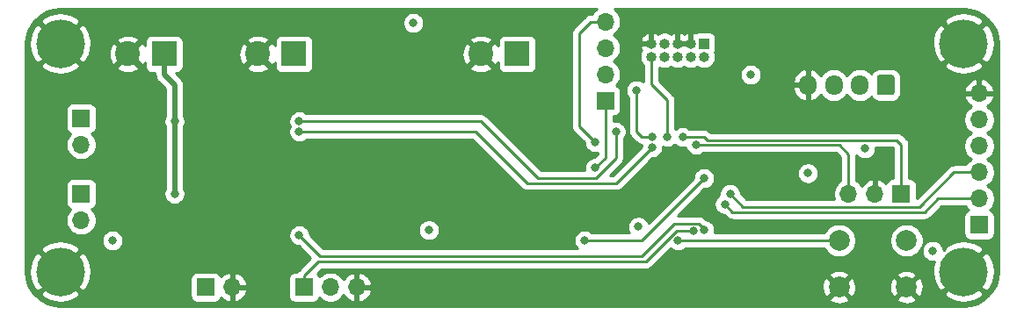
<source format=gbr>
G04 #@! TF.GenerationSoftware,KiCad,Pcbnew,5.1.10-88a1d61d58~90~ubuntu21.04.1*
G04 #@! TF.CreationDate,2021-10-08T15:23:41+02:00*
G04 #@! TF.ProjectId,DccDecoder,44636344-6563-46f6-9465-722e6b696361,rev?*
G04 #@! TF.SameCoordinates,Original*
G04 #@! TF.FileFunction,Copper,L4,Bot*
G04 #@! TF.FilePolarity,Positive*
%FSLAX46Y46*%
G04 Gerber Fmt 4.6, Leading zero omitted, Abs format (unit mm)*
G04 Created by KiCad (PCBNEW 5.1.10-88a1d61d58~90~ubuntu21.04.1) date 2021-10-08 15:23:41*
%MOMM*%
%LPD*%
G01*
G04 APERTURE LIST*
G04 #@! TA.AperFunction,ComponentPad*
%ADD10O,1.000000X1.000000*%
G04 #@! TD*
G04 #@! TA.AperFunction,ComponentPad*
%ADD11R,1.000000X1.000000*%
G04 #@! TD*
G04 #@! TA.AperFunction,ComponentPad*
%ADD12O,1.700000X1.700000*%
G04 #@! TD*
G04 #@! TA.AperFunction,ComponentPad*
%ADD13R,1.700000X1.700000*%
G04 #@! TD*
G04 #@! TA.AperFunction,ComponentPad*
%ADD14C,4.700000*%
G04 #@! TD*
G04 #@! TA.AperFunction,ComponentPad*
%ADD15C,2.000000*%
G04 #@! TD*
G04 #@! TA.AperFunction,ComponentPad*
%ADD16R,2.400000X2.400000*%
G04 #@! TD*
G04 #@! TA.AperFunction,ComponentPad*
%ADD17C,2.400000*%
G04 #@! TD*
G04 #@! TA.AperFunction,ComponentPad*
%ADD18O,1.700000X1.950000*%
G04 #@! TD*
G04 #@! TA.AperFunction,ViaPad*
%ADD19C,0.800000*%
G04 #@! TD*
G04 #@! TA.AperFunction,Conductor*
%ADD20C,0.500000*%
G04 #@! TD*
G04 #@! TA.AperFunction,Conductor*
%ADD21C,0.250000*%
G04 #@! TD*
G04 #@! TA.AperFunction,Conductor*
%ADD22C,0.254000*%
G04 #@! TD*
G04 #@! TA.AperFunction,Conductor*
%ADD23C,0.100000*%
G04 #@! TD*
G04 APERTURE END LIST*
D10*
X85920000Y-45270000D03*
X85920000Y-44000000D03*
X87190000Y-45270000D03*
X87190000Y-44000000D03*
X88460000Y-45270000D03*
X88460000Y-44000000D03*
X89730000Y-45270000D03*
X89730000Y-44000000D03*
X91000000Y-45270000D03*
D11*
X91000000Y-44000000D03*
D12*
X81500000Y-41880000D03*
X81500000Y-44420000D03*
X81500000Y-46960000D03*
D13*
X81500000Y-49500000D03*
D12*
X45540000Y-67500000D03*
D13*
X43000000Y-67500000D03*
D12*
X57540000Y-67500000D03*
X55000000Y-67500000D03*
D13*
X52460000Y-67500000D03*
D12*
X31000000Y-61040000D03*
D13*
X31000000Y-58500000D03*
D12*
X30995000Y-53755000D03*
D13*
X30995000Y-51215000D03*
X110000000Y-58500000D03*
D12*
X107460000Y-58500000D03*
X104920000Y-58500000D03*
X117500000Y-48800000D03*
X117500000Y-51340000D03*
X117500000Y-53880000D03*
X117500000Y-56420000D03*
X117500000Y-58960000D03*
D13*
X117500000Y-61500000D03*
D14*
X116000000Y-66000000D03*
X29000000Y-66000000D03*
X29000000Y-44000000D03*
X116000000Y-44000000D03*
D15*
X104000000Y-67500000D03*
X104000000Y-63000000D03*
X110500000Y-67500000D03*
X110500000Y-63000000D03*
D16*
X39000000Y-45000000D03*
D17*
X35500000Y-45000000D03*
D16*
X73000000Y-45000000D03*
D17*
X69500000Y-45000000D03*
D16*
X51500000Y-45000000D03*
D17*
X48000000Y-45000000D03*
D18*
X101000000Y-48000000D03*
X103500000Y-48000000D03*
X106000000Y-48000000D03*
G04 #@! TA.AperFunction,ComponentPad*
G36*
G01*
X109350000Y-47275000D02*
X109350000Y-48725000D01*
G75*
G02*
X109100000Y-48975000I-250000J0D01*
G01*
X107900000Y-48975000D01*
G75*
G02*
X107650000Y-48725000I0J250000D01*
G01*
X107650000Y-47275000D01*
G75*
G02*
X107900000Y-47025000I250000J0D01*
G01*
X109100000Y-47025000D01*
G75*
G02*
X109350000Y-47275000I0J-250000D01*
G01*
G37*
G04 #@! TD.AperFunction*
D19*
X40000000Y-58500000D03*
X40000000Y-51500000D03*
X34000000Y-63000000D03*
X64500000Y-62000000D03*
X63000000Y-42000000D03*
X101000000Y-56500000D03*
X95500000Y-47000000D03*
X113000000Y-64000000D03*
X106500000Y-54124990D03*
X84666629Y-61666629D03*
X88500000Y-63000000D03*
X87479978Y-53000000D03*
X84500000Y-48500000D03*
X86000000Y-53000000D03*
X93500000Y-58500000D03*
X93000000Y-59500000D03*
X88929990Y-53009065D03*
X90250000Y-53750000D03*
X82500000Y-52500000D03*
X52000000Y-51500000D03*
X86000000Y-54000000D03*
X52000000Y-52500000D03*
X90012653Y-62081702D03*
X91012572Y-62000161D03*
X52000000Y-62500000D03*
X80500000Y-53500000D03*
X80500000Y-56000000D03*
X91000000Y-57000000D03*
X79500000Y-62999998D03*
D20*
X39000000Y-45000000D02*
X39000000Y-47000000D01*
X39000000Y-47000000D02*
X40000000Y-48000000D01*
X40000000Y-51500000D02*
X40000000Y-58500000D01*
X40000000Y-48000000D02*
X40000000Y-51500000D01*
D21*
X88500000Y-63000000D02*
X104000000Y-63000000D01*
X87479978Y-49479978D02*
X87479978Y-53000000D01*
X85920000Y-47920000D02*
X86000000Y-48000000D01*
X85920000Y-45270000D02*
X85920000Y-47920000D01*
X86000000Y-48000000D02*
X87479978Y-49479978D01*
X84500000Y-48500000D02*
X84500000Y-52500000D01*
X85000000Y-53000000D02*
X86000000Y-53000000D01*
X84500000Y-52500000D02*
X85000000Y-53000000D01*
X115080000Y-56420000D02*
X117500000Y-56420000D01*
X111750000Y-59750000D02*
X115080000Y-56420000D01*
X94750000Y-59750000D02*
X111750000Y-59750000D01*
X93500000Y-58500000D02*
X94750000Y-59750000D01*
X113540000Y-58960000D02*
X117500000Y-58960000D01*
X93750000Y-60250000D02*
X112250000Y-60250000D01*
X112250000Y-60250000D02*
X113540000Y-58960000D01*
X93000000Y-59500000D02*
X93750000Y-60250000D01*
X89009065Y-53009065D02*
X88929990Y-53009065D01*
X88929990Y-53009065D02*
X91009065Y-53009065D01*
X91299990Y-53299990D02*
X109549990Y-53299990D01*
X91009065Y-53009065D02*
X91299990Y-53299990D01*
X110000000Y-53750000D02*
X110000000Y-58500000D01*
X109549990Y-53299990D02*
X110000000Y-53750000D01*
X90250000Y-53750000D02*
X104000000Y-53750000D01*
X104920000Y-54670000D02*
X104920000Y-58500000D01*
X104000000Y-53750000D02*
X104920000Y-54670000D01*
X82500000Y-55073002D02*
X80573002Y-57000000D01*
X82500000Y-52500000D02*
X82500000Y-55073002D01*
X80573002Y-57000000D02*
X75000000Y-57000000D01*
X75000000Y-57000000D02*
X69500000Y-51500000D01*
X69500000Y-51500000D02*
X52000000Y-51500000D01*
X69000000Y-52500000D02*
X52000000Y-52500000D01*
X73950010Y-57450010D02*
X69000000Y-52500000D01*
X82549990Y-57450010D02*
X73950010Y-57450010D01*
X86000000Y-54000000D02*
X82549990Y-57450010D01*
X52460000Y-66400000D02*
X53860000Y-65000000D01*
X52460000Y-67500000D02*
X52460000Y-66400000D01*
X85426998Y-65000000D02*
X88345296Y-62081702D01*
X53860000Y-65000000D02*
X85426998Y-65000000D01*
X88345296Y-62081702D02*
X90012653Y-62081702D01*
X88143308Y-61356692D02*
X85000000Y-64500000D01*
X90455000Y-61356692D02*
X88143308Y-61356692D01*
X54000000Y-64500000D02*
X52000000Y-62500000D01*
X91012572Y-61914264D02*
X90455000Y-61356692D01*
X85000000Y-64500000D02*
X54000000Y-64500000D01*
X91012572Y-62000161D02*
X91012572Y-61914264D01*
X80500000Y-53500000D02*
X79000000Y-52000000D01*
X79000000Y-52000000D02*
X79000000Y-43000000D01*
X80120000Y-41880000D02*
X81500000Y-41880000D01*
X79000000Y-43000000D02*
X80120000Y-41880000D01*
X81500000Y-55000000D02*
X80500000Y-56000000D01*
X81500000Y-49500000D02*
X81500000Y-55000000D01*
X91000000Y-57000000D02*
X85000002Y-62999998D01*
X85000002Y-62999998D02*
X79500000Y-62999998D01*
D22*
X80553368Y-40726525D02*
X80346525Y-40933368D01*
X80221822Y-41120000D01*
X80157322Y-41120000D01*
X80119999Y-41116324D01*
X80082676Y-41120000D01*
X80082667Y-41120000D01*
X79971014Y-41130997D01*
X79827753Y-41174454D01*
X79695724Y-41245026D01*
X79579999Y-41339999D01*
X79556201Y-41368997D01*
X78488998Y-42436201D01*
X78460000Y-42459999D01*
X78436202Y-42488997D01*
X78436201Y-42488998D01*
X78365026Y-42575724D01*
X78294454Y-42707754D01*
X78277438Y-42763850D01*
X78250998Y-42851014D01*
X78245594Y-42905881D01*
X78236324Y-43000000D01*
X78240001Y-43037332D01*
X78240000Y-51962678D01*
X78236324Y-52000000D01*
X78240000Y-52037322D01*
X78240000Y-52037332D01*
X78250997Y-52148985D01*
X78284691Y-52260062D01*
X78294454Y-52292246D01*
X78365026Y-52424276D01*
X78396533Y-52462667D01*
X78459999Y-52540001D01*
X78489003Y-52563804D01*
X79465000Y-53539802D01*
X79465000Y-53601939D01*
X79504774Y-53801898D01*
X79582795Y-53990256D01*
X79696063Y-54159774D01*
X79840226Y-54303937D01*
X80009744Y-54417205D01*
X80198102Y-54495226D01*
X80398061Y-54535000D01*
X80601939Y-54535000D01*
X80740001Y-54507538D01*
X80740001Y-54685197D01*
X80460199Y-54965000D01*
X80398061Y-54965000D01*
X80198102Y-55004774D01*
X80009744Y-55082795D01*
X79840226Y-55196063D01*
X79696063Y-55340226D01*
X79582795Y-55509744D01*
X79504774Y-55698102D01*
X79465000Y-55898061D01*
X79465000Y-56101939D01*
X79492462Y-56240000D01*
X75314802Y-56240000D01*
X70063804Y-50989003D01*
X70040001Y-50959999D01*
X69924276Y-50865026D01*
X69792247Y-50794454D01*
X69648986Y-50750997D01*
X69537333Y-50740000D01*
X69537322Y-50740000D01*
X69500000Y-50736324D01*
X69462678Y-50740000D01*
X52703711Y-50740000D01*
X52659774Y-50696063D01*
X52490256Y-50582795D01*
X52301898Y-50504774D01*
X52101939Y-50465000D01*
X51898061Y-50465000D01*
X51698102Y-50504774D01*
X51509744Y-50582795D01*
X51340226Y-50696063D01*
X51196063Y-50840226D01*
X51082795Y-51009744D01*
X51004774Y-51198102D01*
X50965000Y-51398061D01*
X50965000Y-51601939D01*
X51004774Y-51801898D01*
X51082795Y-51990256D01*
X51089306Y-52000000D01*
X51082795Y-52009744D01*
X51004774Y-52198102D01*
X50965000Y-52398061D01*
X50965000Y-52601939D01*
X51004774Y-52801898D01*
X51082795Y-52990256D01*
X51196063Y-53159774D01*
X51340226Y-53303937D01*
X51509744Y-53417205D01*
X51698102Y-53495226D01*
X51898061Y-53535000D01*
X52101939Y-53535000D01*
X52301898Y-53495226D01*
X52490256Y-53417205D01*
X52659774Y-53303937D01*
X52703711Y-53260000D01*
X68685199Y-53260000D01*
X73386211Y-57961013D01*
X73410009Y-57990011D01*
X73525734Y-58084984D01*
X73657763Y-58155556D01*
X73801024Y-58199013D01*
X73912677Y-58210010D01*
X73912686Y-58210010D01*
X73950009Y-58213686D01*
X73987332Y-58210010D01*
X82512668Y-58210010D01*
X82549990Y-58213686D01*
X82587312Y-58210010D01*
X82587323Y-58210010D01*
X82698976Y-58199013D01*
X82842237Y-58155556D01*
X82974266Y-58084984D01*
X83089991Y-57990011D01*
X83113794Y-57961007D01*
X86039802Y-55035000D01*
X86101939Y-55035000D01*
X86301898Y-54995226D01*
X86490256Y-54917205D01*
X86659774Y-54803937D01*
X86803937Y-54659774D01*
X86917205Y-54490256D01*
X86995226Y-54301898D01*
X87035000Y-54101939D01*
X87035000Y-53935960D01*
X87178080Y-53995226D01*
X87378039Y-54035000D01*
X87581917Y-54035000D01*
X87781876Y-53995226D01*
X87970234Y-53917205D01*
X88139752Y-53803937D01*
X88200452Y-53743238D01*
X88270216Y-53813002D01*
X88439734Y-53926270D01*
X88628092Y-54004291D01*
X88828051Y-54044065D01*
X89031929Y-54044065D01*
X89231888Y-54004291D01*
X89244283Y-53999157D01*
X89254774Y-54051898D01*
X89332795Y-54240256D01*
X89446063Y-54409774D01*
X89590226Y-54553937D01*
X89759744Y-54667205D01*
X89948102Y-54745226D01*
X90148061Y-54785000D01*
X90351939Y-54785000D01*
X90551898Y-54745226D01*
X90740256Y-54667205D01*
X90909774Y-54553937D01*
X90953711Y-54510000D01*
X103685198Y-54510000D01*
X104160000Y-54984803D01*
X104160001Y-57221821D01*
X103973368Y-57346525D01*
X103766525Y-57553368D01*
X103604010Y-57796589D01*
X103492068Y-58066842D01*
X103435000Y-58353740D01*
X103435000Y-58646260D01*
X103492068Y-58933158D01*
X103515613Y-58990000D01*
X95064802Y-58990000D01*
X94535000Y-58460199D01*
X94535000Y-58398061D01*
X94495226Y-58198102D01*
X94417205Y-58009744D01*
X94303937Y-57840226D01*
X94159774Y-57696063D01*
X93990256Y-57582795D01*
X93801898Y-57504774D01*
X93601939Y-57465000D01*
X93398061Y-57465000D01*
X93198102Y-57504774D01*
X93009744Y-57582795D01*
X92840226Y-57696063D01*
X92696063Y-57840226D01*
X92582795Y-58009744D01*
X92504774Y-58198102D01*
X92465000Y-58398061D01*
X92465000Y-58601939D01*
X92466888Y-58611430D01*
X92340226Y-58696063D01*
X92196063Y-58840226D01*
X92082795Y-59009744D01*
X92004774Y-59198102D01*
X91965000Y-59398061D01*
X91965000Y-59601939D01*
X92004774Y-59801898D01*
X92082795Y-59990256D01*
X92196063Y-60159774D01*
X92340226Y-60303937D01*
X92509744Y-60417205D01*
X92698102Y-60495226D01*
X92898061Y-60535000D01*
X92960198Y-60535000D01*
X93186201Y-60761002D01*
X93209999Y-60790001D01*
X93325724Y-60884974D01*
X93457753Y-60955546D01*
X93601014Y-60999003D01*
X93712667Y-61010000D01*
X93712676Y-61010000D01*
X93749999Y-61013676D01*
X93787322Y-61010000D01*
X112212678Y-61010000D01*
X112250000Y-61013676D01*
X112287322Y-61010000D01*
X112287333Y-61010000D01*
X112398986Y-60999003D01*
X112542247Y-60955546D01*
X112674276Y-60884974D01*
X112790001Y-60790001D01*
X112813803Y-60760998D01*
X113854803Y-59720000D01*
X116221822Y-59720000D01*
X116346525Y-59906632D01*
X116478380Y-60038487D01*
X116405820Y-60060498D01*
X116295506Y-60119463D01*
X116198815Y-60198815D01*
X116119463Y-60295506D01*
X116060498Y-60405820D01*
X116024188Y-60525518D01*
X116011928Y-60650000D01*
X116011928Y-62350000D01*
X116024188Y-62474482D01*
X116060498Y-62594180D01*
X116119463Y-62704494D01*
X116198815Y-62801185D01*
X116295506Y-62880537D01*
X116405820Y-62939502D01*
X116525518Y-62975812D01*
X116650000Y-62988072D01*
X118350000Y-62988072D01*
X118474482Y-62975812D01*
X118594180Y-62939502D01*
X118704494Y-62880537D01*
X118801185Y-62801185D01*
X118880537Y-62704494D01*
X118939502Y-62594180D01*
X118975812Y-62474482D01*
X118988072Y-62350000D01*
X118988072Y-60650000D01*
X118975812Y-60525518D01*
X118939502Y-60405820D01*
X118880537Y-60295506D01*
X118801185Y-60198815D01*
X118704494Y-60119463D01*
X118594180Y-60060498D01*
X118521620Y-60038487D01*
X118653475Y-59906632D01*
X118815990Y-59663411D01*
X118927932Y-59393158D01*
X118985000Y-59106260D01*
X118985000Y-58813740D01*
X118927932Y-58526842D01*
X118815990Y-58256589D01*
X118653475Y-58013368D01*
X118446632Y-57806525D01*
X118272240Y-57690000D01*
X118446632Y-57573475D01*
X118653475Y-57366632D01*
X118815990Y-57123411D01*
X118927932Y-56853158D01*
X118985000Y-56566260D01*
X118985000Y-56273740D01*
X118927932Y-55986842D01*
X118815990Y-55716589D01*
X118653475Y-55473368D01*
X118446632Y-55266525D01*
X118272240Y-55150000D01*
X118446632Y-55033475D01*
X118653475Y-54826632D01*
X118815990Y-54583411D01*
X118927932Y-54313158D01*
X118985000Y-54026260D01*
X118985000Y-53733740D01*
X118927932Y-53446842D01*
X118815990Y-53176589D01*
X118653475Y-52933368D01*
X118446632Y-52726525D01*
X118272240Y-52610000D01*
X118446632Y-52493475D01*
X118653475Y-52286632D01*
X118815990Y-52043411D01*
X118927932Y-51773158D01*
X118985000Y-51486260D01*
X118985000Y-51193740D01*
X118927932Y-50906842D01*
X118815990Y-50636589D01*
X118653475Y-50393368D01*
X118446632Y-50186525D01*
X118264466Y-50064805D01*
X118381355Y-49995178D01*
X118597588Y-49800269D01*
X118771641Y-49566920D01*
X118896825Y-49304099D01*
X118941476Y-49156890D01*
X118820155Y-48927000D01*
X117627000Y-48927000D01*
X117627000Y-48947000D01*
X117373000Y-48947000D01*
X117373000Y-48927000D01*
X116179845Y-48927000D01*
X116058524Y-49156890D01*
X116103175Y-49304099D01*
X116228359Y-49566920D01*
X116402412Y-49800269D01*
X116618645Y-49995178D01*
X116735534Y-50064805D01*
X116553368Y-50186525D01*
X116346525Y-50393368D01*
X116184010Y-50636589D01*
X116072068Y-50906842D01*
X116015000Y-51193740D01*
X116015000Y-51486260D01*
X116072068Y-51773158D01*
X116184010Y-52043411D01*
X116346525Y-52286632D01*
X116553368Y-52493475D01*
X116727760Y-52610000D01*
X116553368Y-52726525D01*
X116346525Y-52933368D01*
X116184010Y-53176589D01*
X116072068Y-53446842D01*
X116015000Y-53733740D01*
X116015000Y-54026260D01*
X116072068Y-54313158D01*
X116184010Y-54583411D01*
X116346525Y-54826632D01*
X116553368Y-55033475D01*
X116727760Y-55150000D01*
X116553368Y-55266525D01*
X116346525Y-55473368D01*
X116221822Y-55660000D01*
X115117322Y-55660000D01*
X115079999Y-55656324D01*
X115042676Y-55660000D01*
X115042667Y-55660000D01*
X114931014Y-55670997D01*
X114787753Y-55714454D01*
X114655724Y-55785026D01*
X114539999Y-55879999D01*
X114516201Y-55908997D01*
X111488072Y-58937127D01*
X111488072Y-57650000D01*
X111475812Y-57525518D01*
X111439502Y-57405820D01*
X111380537Y-57295506D01*
X111301185Y-57198815D01*
X111204494Y-57119463D01*
X111094180Y-57060498D01*
X110974482Y-57024188D01*
X110850000Y-57011928D01*
X110760000Y-57011928D01*
X110760000Y-53787322D01*
X110763676Y-53749999D01*
X110760000Y-53712676D01*
X110760000Y-53712667D01*
X110749003Y-53601014D01*
X110705546Y-53457753D01*
X110634974Y-53325724D01*
X110540001Y-53209999D01*
X110510998Y-53186197D01*
X110113794Y-52788993D01*
X110089991Y-52759989D01*
X109974266Y-52665016D01*
X109842237Y-52594444D01*
X109698976Y-52550987D01*
X109587323Y-52539990D01*
X109587312Y-52539990D01*
X109549990Y-52536314D01*
X109512668Y-52539990D01*
X91614791Y-52539990D01*
X91572869Y-52498068D01*
X91549066Y-52469064D01*
X91433341Y-52374091D01*
X91301312Y-52303519D01*
X91158051Y-52260062D01*
X91046398Y-52249065D01*
X91046387Y-52249065D01*
X91009065Y-52245389D01*
X90971743Y-52249065D01*
X89633701Y-52249065D01*
X89589764Y-52205128D01*
X89420246Y-52091860D01*
X89231888Y-52013839D01*
X89031929Y-51974065D01*
X88828051Y-51974065D01*
X88628092Y-52013839D01*
X88439734Y-52091860D01*
X88270216Y-52205128D01*
X88239978Y-52235366D01*
X88239978Y-49517301D01*
X88243654Y-49479978D01*
X88239978Y-49442655D01*
X88239978Y-49442645D01*
X88228981Y-49330992D01*
X88185524Y-49187731D01*
X88181463Y-49180134D01*
X88114952Y-49055701D01*
X88043777Y-48968975D01*
X88019979Y-48939977D01*
X87990982Y-48916180D01*
X87434069Y-48359267D01*
X99533680Y-48359267D01*
X99607558Y-48640830D01*
X99734947Y-48902570D01*
X99910951Y-49134429D01*
X100128807Y-49327496D01*
X100380142Y-49474352D01*
X100643110Y-49566476D01*
X100873000Y-49445155D01*
X100873000Y-48127000D01*
X99673835Y-48127000D01*
X99533680Y-48359267D01*
X87434069Y-48359267D01*
X86680000Y-47605199D01*
X86680000Y-46898061D01*
X94465000Y-46898061D01*
X94465000Y-47101939D01*
X94504774Y-47301898D01*
X94582795Y-47490256D01*
X94696063Y-47659774D01*
X94840226Y-47803937D01*
X95009744Y-47917205D01*
X95198102Y-47995226D01*
X95398061Y-48035000D01*
X95601939Y-48035000D01*
X95801898Y-47995226D01*
X95990256Y-47917205D01*
X96159774Y-47803937D01*
X96303937Y-47659774D01*
X96316659Y-47640733D01*
X99533680Y-47640733D01*
X99673835Y-47873000D01*
X100873000Y-47873000D01*
X100873000Y-46554845D01*
X101127000Y-46554845D01*
X101127000Y-47873000D01*
X101147000Y-47873000D01*
X101147000Y-48127000D01*
X101127000Y-48127000D01*
X101127000Y-49445155D01*
X101356890Y-49566476D01*
X101619858Y-49474352D01*
X101871193Y-49327496D01*
X102089049Y-49134429D01*
X102245538Y-48928278D01*
X102259294Y-48954013D01*
X102444866Y-49180134D01*
X102670986Y-49365706D01*
X102928966Y-49503599D01*
X103208889Y-49588513D01*
X103500000Y-49617185D01*
X103791110Y-49588513D01*
X104071033Y-49503599D01*
X104329013Y-49365706D01*
X104555134Y-49180134D01*
X104740706Y-48954014D01*
X104750000Y-48936626D01*
X104759294Y-48954013D01*
X104944866Y-49180134D01*
X105170986Y-49365706D01*
X105428966Y-49503599D01*
X105708889Y-49588513D01*
X106000000Y-49617185D01*
X106291110Y-49588513D01*
X106571033Y-49503599D01*
X106829013Y-49365706D01*
X107055134Y-49180134D01*
X107107223Y-49116663D01*
X107161595Y-49218386D01*
X107272038Y-49352962D01*
X107406614Y-49463405D01*
X107560150Y-49545472D01*
X107726746Y-49596008D01*
X107900000Y-49613072D01*
X109100000Y-49613072D01*
X109273254Y-49596008D01*
X109439850Y-49545472D01*
X109593386Y-49463405D01*
X109727962Y-49352962D01*
X109838405Y-49218386D01*
X109920472Y-49064850D01*
X109971008Y-48898254D01*
X109988072Y-48725000D01*
X109988072Y-48443110D01*
X116058524Y-48443110D01*
X116179845Y-48673000D01*
X117373000Y-48673000D01*
X117373000Y-47479186D01*
X117627000Y-47479186D01*
X117627000Y-48673000D01*
X118820155Y-48673000D01*
X118941476Y-48443110D01*
X118896825Y-48295901D01*
X118771641Y-48033080D01*
X118597588Y-47799731D01*
X118381355Y-47604822D01*
X118131252Y-47455843D01*
X117856891Y-47358519D01*
X117627000Y-47479186D01*
X117373000Y-47479186D01*
X117143109Y-47358519D01*
X116868748Y-47455843D01*
X116618645Y-47604822D01*
X116402412Y-47799731D01*
X116228359Y-48033080D01*
X116103175Y-48295901D01*
X116058524Y-48443110D01*
X109988072Y-48443110D01*
X109988072Y-47275000D01*
X109971008Y-47101746D01*
X109920472Y-46935150D01*
X109838405Y-46781614D01*
X109727962Y-46647038D01*
X109593386Y-46536595D01*
X109439850Y-46454528D01*
X109273254Y-46403992D01*
X109100000Y-46386928D01*
X107900000Y-46386928D01*
X107726746Y-46403992D01*
X107560150Y-46454528D01*
X107406614Y-46536595D01*
X107272038Y-46647038D01*
X107161595Y-46781614D01*
X107107223Y-46883337D01*
X107055134Y-46819866D01*
X106829014Y-46634294D01*
X106571034Y-46496401D01*
X106291111Y-46411487D01*
X106000000Y-46382815D01*
X105708890Y-46411487D01*
X105428967Y-46496401D01*
X105170987Y-46634294D01*
X104944866Y-46819866D01*
X104759294Y-47045986D01*
X104750000Y-47063374D01*
X104740706Y-47045986D01*
X104555134Y-46819866D01*
X104329014Y-46634294D01*
X104071034Y-46496401D01*
X103791111Y-46411487D01*
X103500000Y-46382815D01*
X103208890Y-46411487D01*
X102928967Y-46496401D01*
X102670987Y-46634294D01*
X102444866Y-46819866D01*
X102259294Y-47045986D01*
X102245538Y-47071722D01*
X102089049Y-46865571D01*
X101871193Y-46672504D01*
X101619858Y-46525648D01*
X101356890Y-46433524D01*
X101127000Y-46554845D01*
X100873000Y-46554845D01*
X100643110Y-46433524D01*
X100380142Y-46525648D01*
X100128807Y-46672504D01*
X99910951Y-46865571D01*
X99734947Y-47097430D01*
X99607558Y-47359170D01*
X99533680Y-47640733D01*
X96316659Y-47640733D01*
X96417205Y-47490256D01*
X96495226Y-47301898D01*
X96535000Y-47101939D01*
X96535000Y-46898061D01*
X96495226Y-46698102D01*
X96417205Y-46509744D01*
X96303937Y-46340226D01*
X96159774Y-46196063D01*
X96010720Y-46096468D01*
X114083137Y-46096468D01*
X114341298Y-46499073D01*
X114860715Y-46774651D01*
X115423913Y-46943601D01*
X116009250Y-46999430D01*
X116594233Y-46939992D01*
X117156379Y-46767571D01*
X117658702Y-46499073D01*
X117916863Y-46096468D01*
X116000000Y-44179605D01*
X114083137Y-46096468D01*
X96010720Y-46096468D01*
X95990256Y-46082795D01*
X95801898Y-46004774D01*
X95601939Y-45965000D01*
X95398061Y-45965000D01*
X95198102Y-46004774D01*
X95009744Y-46082795D01*
X94840226Y-46196063D01*
X94696063Y-46340226D01*
X94582795Y-46509744D01*
X94504774Y-46698102D01*
X94465000Y-46898061D01*
X86680000Y-46898061D01*
X86680000Y-46287266D01*
X86858933Y-46361383D01*
X87078212Y-46405000D01*
X87301788Y-46405000D01*
X87521067Y-46361383D01*
X87727624Y-46275824D01*
X87825000Y-46210759D01*
X87922376Y-46275824D01*
X88128933Y-46361383D01*
X88348212Y-46405000D01*
X88571788Y-46405000D01*
X88791067Y-46361383D01*
X88997624Y-46275824D01*
X89095000Y-46210759D01*
X89192376Y-46275824D01*
X89398933Y-46361383D01*
X89618212Y-46405000D01*
X89841788Y-46405000D01*
X90061067Y-46361383D01*
X90267624Y-46275824D01*
X90365000Y-46210759D01*
X90462376Y-46275824D01*
X90668933Y-46361383D01*
X90888212Y-46405000D01*
X91111788Y-46405000D01*
X91331067Y-46361383D01*
X91537624Y-46275824D01*
X91723520Y-46151612D01*
X91881612Y-45993520D01*
X92005824Y-45807624D01*
X92091383Y-45601067D01*
X92135000Y-45381788D01*
X92135000Y-45158212D01*
X92091383Y-44938933D01*
X92045112Y-44827226D01*
X92089502Y-44744180D01*
X92125812Y-44624482D01*
X92138072Y-44500000D01*
X92138072Y-44009250D01*
X113000570Y-44009250D01*
X113060008Y-44594233D01*
X113232429Y-45156379D01*
X113500927Y-45658702D01*
X113903532Y-45916863D01*
X115820395Y-44000000D01*
X116179605Y-44000000D01*
X118096468Y-45916863D01*
X118499073Y-45658702D01*
X118774651Y-45139285D01*
X118943601Y-44576087D01*
X118999430Y-43990750D01*
X118939992Y-43405767D01*
X118767571Y-42843621D01*
X118499073Y-42341298D01*
X118096468Y-42083137D01*
X116179605Y-44000000D01*
X115820395Y-44000000D01*
X113903532Y-42083137D01*
X113500927Y-42341298D01*
X113225349Y-42860715D01*
X113056399Y-43423913D01*
X113000570Y-44009250D01*
X92138072Y-44009250D01*
X92138072Y-43500000D01*
X92125812Y-43375518D01*
X92089502Y-43255820D01*
X92030537Y-43145506D01*
X91951185Y-43048815D01*
X91854494Y-42969463D01*
X91744180Y-42910498D01*
X91624482Y-42874188D01*
X91500000Y-42861928D01*
X90500000Y-42861928D01*
X90375518Y-42874188D01*
X90255820Y-42910498D01*
X90166820Y-42958070D01*
X90086864Y-42922554D01*
X90031874Y-42905881D01*
X89857000Y-43032046D01*
X89857000Y-43873000D01*
X89861928Y-43873000D01*
X89861928Y-44127000D01*
X89857000Y-44127000D01*
X89857000Y-44138026D01*
X89841788Y-44135000D01*
X89618212Y-44135000D01*
X89603000Y-44138026D01*
X89603000Y-44127000D01*
X88587000Y-44127000D01*
X88587000Y-44138026D01*
X88571788Y-44135000D01*
X88348212Y-44135000D01*
X88333000Y-44138026D01*
X88333000Y-44127000D01*
X88321974Y-44127000D01*
X88325000Y-44111788D01*
X88325000Y-43888212D01*
X88321974Y-43873000D01*
X88333000Y-43873000D01*
X88333000Y-43032046D01*
X88587000Y-43032046D01*
X88587000Y-43873000D01*
X89603000Y-43873000D01*
X89603000Y-43032046D01*
X89428126Y-42905881D01*
X89373136Y-42922554D01*
X89169794Y-43012877D01*
X89095000Y-43065639D01*
X89020206Y-43012877D01*
X88816864Y-42922554D01*
X88761874Y-42905881D01*
X88587000Y-43032046D01*
X88333000Y-43032046D01*
X88158126Y-42905881D01*
X88103136Y-42922554D01*
X87899794Y-43012877D01*
X87829658Y-43062353D01*
X87727624Y-42994176D01*
X87521067Y-42908617D01*
X87301788Y-42865000D01*
X87078212Y-42865000D01*
X86858933Y-42908617D01*
X86652376Y-42994176D01*
X86550342Y-43062353D01*
X86480206Y-43012877D01*
X86276864Y-42922554D01*
X86221874Y-42905881D01*
X86047000Y-43032046D01*
X86047000Y-43873000D01*
X86058026Y-43873000D01*
X86055000Y-43888212D01*
X86055000Y-44111788D01*
X86058026Y-44127000D01*
X86047000Y-44127000D01*
X86047000Y-44138026D01*
X86031788Y-44135000D01*
X85808212Y-44135000D01*
X85793000Y-44138026D01*
X85793000Y-44127000D01*
X84950871Y-44127000D01*
X84825874Y-44301876D01*
X84905790Y-44509529D01*
X84982256Y-44630488D01*
X84914176Y-44732376D01*
X84828617Y-44938933D01*
X84785000Y-45158212D01*
X84785000Y-45381788D01*
X84828617Y-45601067D01*
X84914176Y-45807624D01*
X85038388Y-45993520D01*
X85160000Y-46115132D01*
X85160001Y-47696290D01*
X85159774Y-47696063D01*
X84990256Y-47582795D01*
X84801898Y-47504774D01*
X84601939Y-47465000D01*
X84398061Y-47465000D01*
X84198102Y-47504774D01*
X84009744Y-47582795D01*
X83840226Y-47696063D01*
X83696063Y-47840226D01*
X83582795Y-48009744D01*
X83504774Y-48198102D01*
X83465000Y-48398061D01*
X83465000Y-48601939D01*
X83504774Y-48801898D01*
X83582795Y-48990256D01*
X83696063Y-49159774D01*
X83740000Y-49203711D01*
X83740001Y-52462667D01*
X83736324Y-52500000D01*
X83740001Y-52537333D01*
X83746324Y-52601525D01*
X83750998Y-52648985D01*
X83794454Y-52792246D01*
X83865026Y-52924276D01*
X83933527Y-53007744D01*
X83960000Y-53040001D01*
X83988998Y-53063799D01*
X84436196Y-53510997D01*
X84459999Y-53540001D01*
X84575724Y-53634974D01*
X84707753Y-53705546D01*
X84851014Y-53749003D01*
X84962667Y-53760000D01*
X84962675Y-53760000D01*
X84991890Y-53762877D01*
X84965000Y-53898061D01*
X84965000Y-53960198D01*
X82235189Y-56690010D01*
X81957793Y-56690010D01*
X83011003Y-55636801D01*
X83040001Y-55613003D01*
X83134974Y-55497278D01*
X83205546Y-55365249D01*
X83249003Y-55221988D01*
X83260000Y-55110335D01*
X83260000Y-55110327D01*
X83263676Y-55073002D01*
X83260000Y-55035677D01*
X83260000Y-53203711D01*
X83303937Y-53159774D01*
X83417205Y-52990256D01*
X83495226Y-52801898D01*
X83535000Y-52601939D01*
X83535000Y-52398061D01*
X83495226Y-52198102D01*
X83417205Y-52009744D01*
X83303937Y-51840226D01*
X83159774Y-51696063D01*
X82990256Y-51582795D01*
X82801898Y-51504774D01*
X82601939Y-51465000D01*
X82398061Y-51465000D01*
X82260000Y-51492462D01*
X82260000Y-50988072D01*
X82350000Y-50988072D01*
X82474482Y-50975812D01*
X82594180Y-50939502D01*
X82704494Y-50880537D01*
X82801185Y-50801185D01*
X82880537Y-50704494D01*
X82939502Y-50594180D01*
X82975812Y-50474482D01*
X82988072Y-50350000D01*
X82988072Y-48650000D01*
X82975812Y-48525518D01*
X82939502Y-48405820D01*
X82880537Y-48295506D01*
X82801185Y-48198815D01*
X82704494Y-48119463D01*
X82594180Y-48060498D01*
X82521620Y-48038487D01*
X82653475Y-47906632D01*
X82815990Y-47663411D01*
X82927932Y-47393158D01*
X82985000Y-47106260D01*
X82985000Y-46813740D01*
X82927932Y-46526842D01*
X82815990Y-46256589D01*
X82653475Y-46013368D01*
X82446632Y-45806525D01*
X82272240Y-45690000D01*
X82446632Y-45573475D01*
X82653475Y-45366632D01*
X82815990Y-45123411D01*
X82927932Y-44853158D01*
X82985000Y-44566260D01*
X82985000Y-44273740D01*
X82927932Y-43986842D01*
X82815990Y-43716589D01*
X82803653Y-43698124D01*
X84825874Y-43698124D01*
X84950871Y-43873000D01*
X85793000Y-43873000D01*
X85793000Y-43032046D01*
X85618126Y-42905881D01*
X85563136Y-42922554D01*
X85359794Y-43012877D01*
X85177980Y-43141135D01*
X85024682Y-43302399D01*
X84905790Y-43490471D01*
X84825874Y-43698124D01*
X82803653Y-43698124D01*
X82653475Y-43473368D01*
X82446632Y-43266525D01*
X82272240Y-43150000D01*
X82446632Y-43033475D01*
X82653475Y-42826632D01*
X82815990Y-42583411D01*
X82927932Y-42313158D01*
X82985000Y-42026260D01*
X82985000Y-41903532D01*
X114083137Y-41903532D01*
X116000000Y-43820395D01*
X117916863Y-41903532D01*
X117658702Y-41500927D01*
X117139285Y-41225349D01*
X116576087Y-41056399D01*
X115990750Y-41000570D01*
X115405767Y-41060008D01*
X114843621Y-41232429D01*
X114341298Y-41500927D01*
X114083137Y-41903532D01*
X82985000Y-41903532D01*
X82985000Y-41733740D01*
X82927932Y-41446842D01*
X82815990Y-41176589D01*
X82653475Y-40933368D01*
X82446632Y-40726525D01*
X82347070Y-40660000D01*
X115967722Y-40660000D01*
X116648126Y-40726714D01*
X117271572Y-40914943D01*
X117846579Y-41220681D01*
X118351247Y-41632279D01*
X118766362Y-42134067D01*
X119076105Y-42706924D01*
X119268682Y-43329039D01*
X119340000Y-44007584D01*
X119340001Y-65967711D01*
X119273286Y-66648126D01*
X119085057Y-67271570D01*
X118779323Y-67846573D01*
X118367721Y-68351248D01*
X117865933Y-68766362D01*
X117293077Y-69076104D01*
X116670961Y-69268682D01*
X115992417Y-69340000D01*
X29032279Y-69340000D01*
X28351874Y-69273286D01*
X27728430Y-69085057D01*
X27153427Y-68779323D01*
X26648752Y-68367721D01*
X26424353Y-68096468D01*
X27083137Y-68096468D01*
X27341298Y-68499073D01*
X27860715Y-68774651D01*
X28423913Y-68943601D01*
X29009250Y-68999430D01*
X29594233Y-68939992D01*
X30156379Y-68767571D01*
X30658702Y-68499073D01*
X30916863Y-68096468D01*
X29000000Y-66179605D01*
X27083137Y-68096468D01*
X26424353Y-68096468D01*
X26233638Y-67865933D01*
X25923896Y-67293077D01*
X25731318Y-66670961D01*
X25661770Y-66009250D01*
X26000570Y-66009250D01*
X26060008Y-66594233D01*
X26232429Y-67156379D01*
X26500927Y-67658702D01*
X26903532Y-67916863D01*
X28820395Y-66000000D01*
X29179605Y-66000000D01*
X31096468Y-67916863D01*
X31499073Y-67658702D01*
X31774651Y-67139285D01*
X31921428Y-66650000D01*
X41511928Y-66650000D01*
X41511928Y-68350000D01*
X41524188Y-68474482D01*
X41560498Y-68594180D01*
X41619463Y-68704494D01*
X41698815Y-68801185D01*
X41795506Y-68880537D01*
X41905820Y-68939502D01*
X42025518Y-68975812D01*
X42150000Y-68988072D01*
X43850000Y-68988072D01*
X43974482Y-68975812D01*
X44094180Y-68939502D01*
X44204494Y-68880537D01*
X44301185Y-68801185D01*
X44380537Y-68704494D01*
X44439502Y-68594180D01*
X44463966Y-68513534D01*
X44539731Y-68597588D01*
X44773080Y-68771641D01*
X45035901Y-68896825D01*
X45183110Y-68941476D01*
X45413000Y-68820155D01*
X45413000Y-67627000D01*
X45667000Y-67627000D01*
X45667000Y-68820155D01*
X45896890Y-68941476D01*
X46044099Y-68896825D01*
X46306920Y-68771641D01*
X46540269Y-68597588D01*
X46735178Y-68381355D01*
X46884157Y-68131252D01*
X46981481Y-67856891D01*
X46860814Y-67627000D01*
X45667000Y-67627000D01*
X45413000Y-67627000D01*
X45393000Y-67627000D01*
X45393000Y-67373000D01*
X45413000Y-67373000D01*
X45413000Y-66179845D01*
X45667000Y-66179845D01*
X45667000Y-67373000D01*
X46860814Y-67373000D01*
X46981481Y-67143109D01*
X46884157Y-66868748D01*
X46735178Y-66618645D01*
X46540269Y-66402412D01*
X46306920Y-66228359D01*
X46044099Y-66103175D01*
X45896890Y-66058524D01*
X45667000Y-66179845D01*
X45413000Y-66179845D01*
X45183110Y-66058524D01*
X45035901Y-66103175D01*
X44773080Y-66228359D01*
X44539731Y-66402412D01*
X44463966Y-66486466D01*
X44439502Y-66405820D01*
X44380537Y-66295506D01*
X44301185Y-66198815D01*
X44204494Y-66119463D01*
X44094180Y-66060498D01*
X43974482Y-66024188D01*
X43850000Y-66011928D01*
X42150000Y-66011928D01*
X42025518Y-66024188D01*
X41905820Y-66060498D01*
X41795506Y-66119463D01*
X41698815Y-66198815D01*
X41619463Y-66295506D01*
X41560498Y-66405820D01*
X41524188Y-66525518D01*
X41511928Y-66650000D01*
X31921428Y-66650000D01*
X31943601Y-66576087D01*
X31999430Y-65990750D01*
X31939992Y-65405767D01*
X31767571Y-64843621D01*
X31499073Y-64341298D01*
X31096468Y-64083137D01*
X29179605Y-66000000D01*
X28820395Y-66000000D01*
X26903532Y-64083137D01*
X26500927Y-64341298D01*
X26225349Y-64860715D01*
X26056399Y-65423913D01*
X26000570Y-66009250D01*
X25661770Y-66009250D01*
X25660000Y-65992417D01*
X25660000Y-63903532D01*
X27083137Y-63903532D01*
X29000000Y-65820395D01*
X30916863Y-63903532D01*
X30658702Y-63500927D01*
X30139285Y-63225349D01*
X29576087Y-63056399D01*
X28990750Y-63000570D01*
X28405767Y-63060008D01*
X27843621Y-63232429D01*
X27341298Y-63500927D01*
X27083137Y-63903532D01*
X25660000Y-63903532D01*
X25660000Y-62898061D01*
X32965000Y-62898061D01*
X32965000Y-63101939D01*
X33004774Y-63301898D01*
X33082795Y-63490256D01*
X33196063Y-63659774D01*
X33340226Y-63803937D01*
X33509744Y-63917205D01*
X33698102Y-63995226D01*
X33898061Y-64035000D01*
X34101939Y-64035000D01*
X34301898Y-63995226D01*
X34490256Y-63917205D01*
X34659774Y-63803937D01*
X34803937Y-63659774D01*
X34917205Y-63490256D01*
X34995226Y-63301898D01*
X35035000Y-63101939D01*
X35035000Y-62898061D01*
X34995226Y-62698102D01*
X34917205Y-62509744D01*
X34842582Y-62398061D01*
X50965000Y-62398061D01*
X50965000Y-62601939D01*
X51004774Y-62801898D01*
X51082795Y-62990256D01*
X51196063Y-63159774D01*
X51340226Y-63303937D01*
X51509744Y-63417205D01*
X51698102Y-63495226D01*
X51898061Y-63535000D01*
X51960199Y-63535000D01*
X53105198Y-64680000D01*
X51948998Y-65836201D01*
X51920000Y-65859999D01*
X51896202Y-65888997D01*
X51896201Y-65888998D01*
X51825026Y-65975724D01*
X51805674Y-66011928D01*
X51610000Y-66011928D01*
X51485518Y-66024188D01*
X51365820Y-66060498D01*
X51255506Y-66119463D01*
X51158815Y-66198815D01*
X51079463Y-66295506D01*
X51020498Y-66405820D01*
X50984188Y-66525518D01*
X50971928Y-66650000D01*
X50971928Y-68350000D01*
X50984188Y-68474482D01*
X51020498Y-68594180D01*
X51079463Y-68704494D01*
X51158815Y-68801185D01*
X51255506Y-68880537D01*
X51365820Y-68939502D01*
X51485518Y-68975812D01*
X51610000Y-68988072D01*
X53310000Y-68988072D01*
X53434482Y-68975812D01*
X53554180Y-68939502D01*
X53664494Y-68880537D01*
X53761185Y-68801185D01*
X53840537Y-68704494D01*
X53899502Y-68594180D01*
X53921513Y-68521620D01*
X54053368Y-68653475D01*
X54296589Y-68815990D01*
X54566842Y-68927932D01*
X54853740Y-68985000D01*
X55146260Y-68985000D01*
X55433158Y-68927932D01*
X55703411Y-68815990D01*
X55946632Y-68653475D01*
X56153475Y-68446632D01*
X56275195Y-68264466D01*
X56344822Y-68381355D01*
X56539731Y-68597588D01*
X56773080Y-68771641D01*
X57035901Y-68896825D01*
X57183110Y-68941476D01*
X57413000Y-68820155D01*
X57413000Y-67627000D01*
X57667000Y-67627000D01*
X57667000Y-68820155D01*
X57896890Y-68941476D01*
X58044099Y-68896825D01*
X58306920Y-68771641D01*
X58489557Y-68635413D01*
X103044192Y-68635413D01*
X103139956Y-68899814D01*
X103429571Y-69040704D01*
X103741108Y-69122384D01*
X104062595Y-69141718D01*
X104381675Y-69097961D01*
X104686088Y-68992795D01*
X104860044Y-68899814D01*
X104955808Y-68635413D01*
X109544192Y-68635413D01*
X109639956Y-68899814D01*
X109929571Y-69040704D01*
X110241108Y-69122384D01*
X110562595Y-69141718D01*
X110881675Y-69097961D01*
X111186088Y-68992795D01*
X111360044Y-68899814D01*
X111455808Y-68635413D01*
X110500000Y-67679605D01*
X109544192Y-68635413D01*
X104955808Y-68635413D01*
X104000000Y-67679605D01*
X103044192Y-68635413D01*
X58489557Y-68635413D01*
X58540269Y-68597588D01*
X58735178Y-68381355D01*
X58884157Y-68131252D01*
X58981481Y-67856891D01*
X58860814Y-67627000D01*
X57667000Y-67627000D01*
X57413000Y-67627000D01*
X57393000Y-67627000D01*
X57393000Y-67562595D01*
X102358282Y-67562595D01*
X102402039Y-67881675D01*
X102507205Y-68186088D01*
X102600186Y-68360044D01*
X102864587Y-68455808D01*
X103820395Y-67500000D01*
X104179605Y-67500000D01*
X105135413Y-68455808D01*
X105399814Y-68360044D01*
X105540704Y-68070429D01*
X105622384Y-67758892D01*
X105634189Y-67562595D01*
X108858282Y-67562595D01*
X108902039Y-67881675D01*
X109007205Y-68186088D01*
X109100186Y-68360044D01*
X109364587Y-68455808D01*
X110320395Y-67500000D01*
X110679605Y-67500000D01*
X111635413Y-68455808D01*
X111899814Y-68360044D01*
X112028036Y-68096468D01*
X114083137Y-68096468D01*
X114341298Y-68499073D01*
X114860715Y-68774651D01*
X115423913Y-68943601D01*
X116009250Y-68999430D01*
X116594233Y-68939992D01*
X117156379Y-68767571D01*
X117658702Y-68499073D01*
X117916863Y-68096468D01*
X116000000Y-66179605D01*
X114083137Y-68096468D01*
X112028036Y-68096468D01*
X112040704Y-68070429D01*
X112122384Y-67758892D01*
X112141718Y-67437405D01*
X112097961Y-67118325D01*
X111992795Y-66813912D01*
X111899814Y-66639956D01*
X111635413Y-66544192D01*
X110679605Y-67500000D01*
X110320395Y-67500000D01*
X109364587Y-66544192D01*
X109100186Y-66639956D01*
X108959296Y-66929571D01*
X108877616Y-67241108D01*
X108858282Y-67562595D01*
X105634189Y-67562595D01*
X105641718Y-67437405D01*
X105597961Y-67118325D01*
X105492795Y-66813912D01*
X105399814Y-66639956D01*
X105135413Y-66544192D01*
X104179605Y-67500000D01*
X103820395Y-67500000D01*
X102864587Y-66544192D01*
X102600186Y-66639956D01*
X102459296Y-66929571D01*
X102377616Y-67241108D01*
X102358282Y-67562595D01*
X57393000Y-67562595D01*
X57393000Y-67373000D01*
X57413000Y-67373000D01*
X57413000Y-66179845D01*
X57667000Y-66179845D01*
X57667000Y-67373000D01*
X58860814Y-67373000D01*
X58981481Y-67143109D01*
X58884157Y-66868748D01*
X58735178Y-66618645D01*
X58540269Y-66402412D01*
X58489558Y-66364587D01*
X103044192Y-66364587D01*
X104000000Y-67320395D01*
X104955808Y-66364587D01*
X109544192Y-66364587D01*
X110500000Y-67320395D01*
X111455808Y-66364587D01*
X111360044Y-66100186D01*
X111070429Y-65959296D01*
X110758892Y-65877616D01*
X110437405Y-65858282D01*
X110118325Y-65902039D01*
X109813912Y-66007205D01*
X109639956Y-66100186D01*
X109544192Y-66364587D01*
X104955808Y-66364587D01*
X104860044Y-66100186D01*
X104570429Y-65959296D01*
X104258892Y-65877616D01*
X103937405Y-65858282D01*
X103618325Y-65902039D01*
X103313912Y-66007205D01*
X103139956Y-66100186D01*
X103044192Y-66364587D01*
X58489558Y-66364587D01*
X58306920Y-66228359D01*
X58044099Y-66103175D01*
X57896890Y-66058524D01*
X57667000Y-66179845D01*
X57413000Y-66179845D01*
X57183110Y-66058524D01*
X57035901Y-66103175D01*
X56773080Y-66228359D01*
X56539731Y-66402412D01*
X56344822Y-66618645D01*
X56275195Y-66735534D01*
X56153475Y-66553368D01*
X55946632Y-66346525D01*
X55703411Y-66184010D01*
X55433158Y-66072068D01*
X55146260Y-66015000D01*
X54853740Y-66015000D01*
X54566842Y-66072068D01*
X54296589Y-66184010D01*
X54053368Y-66346525D01*
X53921513Y-66478380D01*
X53899502Y-66405820D01*
X53840537Y-66295506D01*
X53761185Y-66198815D01*
X53747345Y-66187457D01*
X54174802Y-65760000D01*
X85389676Y-65760000D01*
X85426998Y-65763676D01*
X85464320Y-65760000D01*
X85464331Y-65760000D01*
X85575984Y-65749003D01*
X85719245Y-65705546D01*
X85851274Y-65634974D01*
X85966999Y-65540001D01*
X85990802Y-65510997D01*
X87769044Y-63732755D01*
X87840226Y-63803937D01*
X88009744Y-63917205D01*
X88198102Y-63995226D01*
X88398061Y-64035000D01*
X88601939Y-64035000D01*
X88801898Y-63995226D01*
X88990256Y-63917205D01*
X89159774Y-63803937D01*
X89203711Y-63760000D01*
X102545091Y-63760000D01*
X102551082Y-63774463D01*
X102730013Y-64042252D01*
X102957748Y-64269987D01*
X103225537Y-64448918D01*
X103523088Y-64572168D01*
X103838967Y-64635000D01*
X104161033Y-64635000D01*
X104476912Y-64572168D01*
X104774463Y-64448918D01*
X105042252Y-64269987D01*
X105269987Y-64042252D01*
X105448918Y-63774463D01*
X105572168Y-63476912D01*
X105635000Y-63161033D01*
X105635000Y-62838967D01*
X108865000Y-62838967D01*
X108865000Y-63161033D01*
X108927832Y-63476912D01*
X109051082Y-63774463D01*
X109230013Y-64042252D01*
X109457748Y-64269987D01*
X109725537Y-64448918D01*
X110023088Y-64572168D01*
X110338967Y-64635000D01*
X110661033Y-64635000D01*
X110976912Y-64572168D01*
X111274463Y-64448918D01*
X111542252Y-64269987D01*
X111769987Y-64042252D01*
X111866332Y-63898061D01*
X111965000Y-63898061D01*
X111965000Y-64101939D01*
X112004774Y-64301898D01*
X112082795Y-64490256D01*
X112196063Y-64659774D01*
X112340226Y-64803937D01*
X112509744Y-64917205D01*
X112698102Y-64995226D01*
X112898061Y-65035000D01*
X113101939Y-65035000D01*
X113177580Y-65019954D01*
X113056399Y-65423913D01*
X113000570Y-66009250D01*
X113060008Y-66594233D01*
X113232429Y-67156379D01*
X113500927Y-67658702D01*
X113903532Y-67916863D01*
X115820395Y-66000000D01*
X116179605Y-66000000D01*
X118096468Y-67916863D01*
X118499073Y-67658702D01*
X118774651Y-67139285D01*
X118943601Y-66576087D01*
X118999430Y-65990750D01*
X118939992Y-65405767D01*
X118767571Y-64843621D01*
X118499073Y-64341298D01*
X118096468Y-64083137D01*
X116179605Y-66000000D01*
X115820395Y-66000000D01*
X115806253Y-65985858D01*
X115985858Y-65806253D01*
X116000000Y-65820395D01*
X117916863Y-63903532D01*
X117658702Y-63500927D01*
X117139285Y-63225349D01*
X116576087Y-63056399D01*
X115990750Y-63000570D01*
X115405767Y-63060008D01*
X114843621Y-63232429D01*
X114341298Y-63500927D01*
X114083138Y-63903530D01*
X114024405Y-63844797D01*
X113995226Y-63698102D01*
X113917205Y-63509744D01*
X113803937Y-63340226D01*
X113659774Y-63196063D01*
X113490256Y-63082795D01*
X113301898Y-63004774D01*
X113101939Y-62965000D01*
X112898061Y-62965000D01*
X112698102Y-63004774D01*
X112509744Y-63082795D01*
X112340226Y-63196063D01*
X112196063Y-63340226D01*
X112082795Y-63509744D01*
X112004774Y-63698102D01*
X111965000Y-63898061D01*
X111866332Y-63898061D01*
X111948918Y-63774463D01*
X112072168Y-63476912D01*
X112135000Y-63161033D01*
X112135000Y-62838967D01*
X112072168Y-62523088D01*
X111948918Y-62225537D01*
X111769987Y-61957748D01*
X111542252Y-61730013D01*
X111274463Y-61551082D01*
X110976912Y-61427832D01*
X110661033Y-61365000D01*
X110338967Y-61365000D01*
X110023088Y-61427832D01*
X109725537Y-61551082D01*
X109457748Y-61730013D01*
X109230013Y-61957748D01*
X109051082Y-62225537D01*
X108927832Y-62523088D01*
X108865000Y-62838967D01*
X105635000Y-62838967D01*
X105572168Y-62523088D01*
X105448918Y-62225537D01*
X105269987Y-61957748D01*
X105042252Y-61730013D01*
X104774463Y-61551082D01*
X104476912Y-61427832D01*
X104161033Y-61365000D01*
X103838967Y-61365000D01*
X103523088Y-61427832D01*
X103225537Y-61551082D01*
X102957748Y-61730013D01*
X102730013Y-61957748D01*
X102551082Y-62225537D01*
X102545091Y-62240000D01*
X92020142Y-62240000D01*
X92047572Y-62102100D01*
X92047572Y-61898222D01*
X92007798Y-61698263D01*
X91929777Y-61509905D01*
X91816509Y-61340387D01*
X91672346Y-61196224D01*
X91502828Y-61082956D01*
X91314470Y-61004935D01*
X91144170Y-60971060D01*
X91018803Y-60845694D01*
X90995001Y-60816691D01*
X90879276Y-60721718D01*
X90747247Y-60651146D01*
X90603986Y-60607689D01*
X90492333Y-60596692D01*
X90492322Y-60596692D01*
X90455000Y-60593016D01*
X90417678Y-60596692D01*
X88478109Y-60596692D01*
X91039802Y-58035000D01*
X91101939Y-58035000D01*
X91301898Y-57995226D01*
X91490256Y-57917205D01*
X91659774Y-57803937D01*
X91803937Y-57659774D01*
X91917205Y-57490256D01*
X91995226Y-57301898D01*
X92035000Y-57101939D01*
X92035000Y-56898061D01*
X91995226Y-56698102D01*
X91917205Y-56509744D01*
X91842582Y-56398061D01*
X99965000Y-56398061D01*
X99965000Y-56601939D01*
X100004774Y-56801898D01*
X100082795Y-56990256D01*
X100196063Y-57159774D01*
X100340226Y-57303937D01*
X100509744Y-57417205D01*
X100698102Y-57495226D01*
X100898061Y-57535000D01*
X101101939Y-57535000D01*
X101301898Y-57495226D01*
X101490256Y-57417205D01*
X101659774Y-57303937D01*
X101803937Y-57159774D01*
X101917205Y-56990256D01*
X101995226Y-56801898D01*
X102035000Y-56601939D01*
X102035000Y-56398061D01*
X101995226Y-56198102D01*
X101917205Y-56009744D01*
X101803937Y-55840226D01*
X101659774Y-55696063D01*
X101490256Y-55582795D01*
X101301898Y-55504774D01*
X101101939Y-55465000D01*
X100898061Y-55465000D01*
X100698102Y-55504774D01*
X100509744Y-55582795D01*
X100340226Y-55696063D01*
X100196063Y-55840226D01*
X100082795Y-56009744D01*
X100004774Y-56198102D01*
X99965000Y-56398061D01*
X91842582Y-56398061D01*
X91803937Y-56340226D01*
X91659774Y-56196063D01*
X91490256Y-56082795D01*
X91301898Y-56004774D01*
X91101939Y-55965000D01*
X90898061Y-55965000D01*
X90698102Y-56004774D01*
X90509744Y-56082795D01*
X90340226Y-56196063D01*
X90196063Y-56340226D01*
X90082795Y-56509744D01*
X90004774Y-56698102D01*
X89965000Y-56898061D01*
X89965000Y-56960198D01*
X85632159Y-61293040D01*
X85583834Y-61176373D01*
X85470566Y-61006855D01*
X85326403Y-60862692D01*
X85156885Y-60749424D01*
X84968527Y-60671403D01*
X84768568Y-60631629D01*
X84564690Y-60631629D01*
X84364731Y-60671403D01*
X84176373Y-60749424D01*
X84006855Y-60862692D01*
X83862692Y-61006855D01*
X83749424Y-61176373D01*
X83671403Y-61364731D01*
X83631629Y-61564690D01*
X83631629Y-61768568D01*
X83671403Y-61968527D01*
X83749424Y-62156885D01*
X83804958Y-62239998D01*
X80203711Y-62239998D01*
X80159774Y-62196061D01*
X79990256Y-62082793D01*
X79801898Y-62004772D01*
X79601939Y-61964998D01*
X79398061Y-61964998D01*
X79198102Y-62004772D01*
X79009744Y-62082793D01*
X78840226Y-62196061D01*
X78696063Y-62340224D01*
X78582795Y-62509742D01*
X78504774Y-62698100D01*
X78465000Y-62898059D01*
X78465000Y-63101937D01*
X78504774Y-63301896D01*
X78582795Y-63490254D01*
X78696063Y-63659772D01*
X78776291Y-63740000D01*
X54314802Y-63740000D01*
X53035000Y-62460199D01*
X53035000Y-62398061D01*
X52995226Y-62198102D01*
X52917205Y-62009744D01*
X52842582Y-61898061D01*
X63465000Y-61898061D01*
X63465000Y-62101939D01*
X63504774Y-62301898D01*
X63582795Y-62490256D01*
X63696063Y-62659774D01*
X63840226Y-62803937D01*
X64009744Y-62917205D01*
X64198102Y-62995226D01*
X64398061Y-63035000D01*
X64601939Y-63035000D01*
X64801898Y-62995226D01*
X64990256Y-62917205D01*
X65159774Y-62803937D01*
X65303937Y-62659774D01*
X65417205Y-62490256D01*
X65495226Y-62301898D01*
X65535000Y-62101939D01*
X65535000Y-61898061D01*
X65495226Y-61698102D01*
X65417205Y-61509744D01*
X65303937Y-61340226D01*
X65159774Y-61196063D01*
X64990256Y-61082795D01*
X64801898Y-61004774D01*
X64601939Y-60965000D01*
X64398061Y-60965000D01*
X64198102Y-61004774D01*
X64009744Y-61082795D01*
X63840226Y-61196063D01*
X63696063Y-61340226D01*
X63582795Y-61509744D01*
X63504774Y-61698102D01*
X63465000Y-61898061D01*
X52842582Y-61898061D01*
X52803937Y-61840226D01*
X52659774Y-61696063D01*
X52490256Y-61582795D01*
X52301898Y-61504774D01*
X52101939Y-61465000D01*
X51898061Y-61465000D01*
X51698102Y-61504774D01*
X51509744Y-61582795D01*
X51340226Y-61696063D01*
X51196063Y-61840226D01*
X51082795Y-62009744D01*
X51004774Y-62198102D01*
X50965000Y-62398061D01*
X34842582Y-62398061D01*
X34803937Y-62340226D01*
X34659774Y-62196063D01*
X34490256Y-62082795D01*
X34301898Y-62004774D01*
X34101939Y-61965000D01*
X33898061Y-61965000D01*
X33698102Y-62004774D01*
X33509744Y-62082795D01*
X33340226Y-62196063D01*
X33196063Y-62340226D01*
X33082795Y-62509744D01*
X33004774Y-62698102D01*
X32965000Y-62898061D01*
X25660000Y-62898061D01*
X25660000Y-57650000D01*
X29511928Y-57650000D01*
X29511928Y-59350000D01*
X29524188Y-59474482D01*
X29560498Y-59594180D01*
X29619463Y-59704494D01*
X29698815Y-59801185D01*
X29795506Y-59880537D01*
X29905820Y-59939502D01*
X29978380Y-59961513D01*
X29846525Y-60093368D01*
X29684010Y-60336589D01*
X29572068Y-60606842D01*
X29515000Y-60893740D01*
X29515000Y-61186260D01*
X29572068Y-61473158D01*
X29684010Y-61743411D01*
X29846525Y-61986632D01*
X30053368Y-62193475D01*
X30296589Y-62355990D01*
X30566842Y-62467932D01*
X30853740Y-62525000D01*
X31146260Y-62525000D01*
X31433158Y-62467932D01*
X31703411Y-62355990D01*
X31946632Y-62193475D01*
X32153475Y-61986632D01*
X32315990Y-61743411D01*
X32427932Y-61473158D01*
X32485000Y-61186260D01*
X32485000Y-60893740D01*
X32427932Y-60606842D01*
X32315990Y-60336589D01*
X32153475Y-60093368D01*
X32021620Y-59961513D01*
X32094180Y-59939502D01*
X32204494Y-59880537D01*
X32301185Y-59801185D01*
X32380537Y-59704494D01*
X32439502Y-59594180D01*
X32475812Y-59474482D01*
X32488072Y-59350000D01*
X32488072Y-57650000D01*
X32475812Y-57525518D01*
X32439502Y-57405820D01*
X32380537Y-57295506D01*
X32301185Y-57198815D01*
X32204494Y-57119463D01*
X32094180Y-57060498D01*
X31974482Y-57024188D01*
X31850000Y-57011928D01*
X30150000Y-57011928D01*
X30025518Y-57024188D01*
X29905820Y-57060498D01*
X29795506Y-57119463D01*
X29698815Y-57198815D01*
X29619463Y-57295506D01*
X29560498Y-57405820D01*
X29524188Y-57525518D01*
X29511928Y-57650000D01*
X25660000Y-57650000D01*
X25660000Y-50365000D01*
X29506928Y-50365000D01*
X29506928Y-52065000D01*
X29519188Y-52189482D01*
X29555498Y-52309180D01*
X29614463Y-52419494D01*
X29693815Y-52516185D01*
X29790506Y-52595537D01*
X29900820Y-52654502D01*
X29973380Y-52676513D01*
X29841525Y-52808368D01*
X29679010Y-53051589D01*
X29567068Y-53321842D01*
X29510000Y-53608740D01*
X29510000Y-53901260D01*
X29567068Y-54188158D01*
X29679010Y-54458411D01*
X29841525Y-54701632D01*
X30048368Y-54908475D01*
X30291589Y-55070990D01*
X30561842Y-55182932D01*
X30848740Y-55240000D01*
X31141260Y-55240000D01*
X31428158Y-55182932D01*
X31698411Y-55070990D01*
X31941632Y-54908475D01*
X32148475Y-54701632D01*
X32310990Y-54458411D01*
X32422932Y-54188158D01*
X32480000Y-53901260D01*
X32480000Y-53608740D01*
X32422932Y-53321842D01*
X32310990Y-53051589D01*
X32148475Y-52808368D01*
X32016620Y-52676513D01*
X32089180Y-52654502D01*
X32199494Y-52595537D01*
X32296185Y-52516185D01*
X32375537Y-52419494D01*
X32434502Y-52309180D01*
X32470812Y-52189482D01*
X32483072Y-52065000D01*
X32483072Y-50365000D01*
X32470812Y-50240518D01*
X32434502Y-50120820D01*
X32375537Y-50010506D01*
X32296185Y-49913815D01*
X32199494Y-49834463D01*
X32089180Y-49775498D01*
X31969482Y-49739188D01*
X31845000Y-49726928D01*
X30145000Y-49726928D01*
X30020518Y-49739188D01*
X29900820Y-49775498D01*
X29790506Y-49834463D01*
X29693815Y-49913815D01*
X29614463Y-50010506D01*
X29555498Y-50120820D01*
X29519188Y-50240518D01*
X29506928Y-50365000D01*
X25660000Y-50365000D01*
X25660000Y-46096468D01*
X27083137Y-46096468D01*
X27341298Y-46499073D01*
X27860715Y-46774651D01*
X28423913Y-46943601D01*
X29009250Y-46999430D01*
X29594233Y-46939992D01*
X30156379Y-46767571D01*
X30658702Y-46499073D01*
X30800472Y-46277980D01*
X34401626Y-46277980D01*
X34521514Y-46562836D01*
X34845210Y-46723699D01*
X35194069Y-46818322D01*
X35554684Y-46843067D01*
X35913198Y-46796985D01*
X36255833Y-46681846D01*
X36478486Y-46562836D01*
X36598374Y-46277980D01*
X35500000Y-45179605D01*
X34401626Y-46277980D01*
X30800472Y-46277980D01*
X30916863Y-46096468D01*
X29000000Y-44179605D01*
X27083137Y-46096468D01*
X25660000Y-46096468D01*
X25660000Y-44032278D01*
X25662257Y-44009250D01*
X26000570Y-44009250D01*
X26060008Y-44594233D01*
X26232429Y-45156379D01*
X26500927Y-45658702D01*
X26903532Y-45916863D01*
X28820395Y-44000000D01*
X29179605Y-44000000D01*
X31096468Y-45916863D01*
X31499073Y-45658702D01*
X31774651Y-45139285D01*
X31800029Y-45054684D01*
X33656933Y-45054684D01*
X33703015Y-45413198D01*
X33818154Y-45755833D01*
X33937164Y-45978486D01*
X34222020Y-46098374D01*
X35320395Y-45000000D01*
X35679605Y-45000000D01*
X36777980Y-46098374D01*
X37062836Y-45978486D01*
X37161928Y-45779088D01*
X37161928Y-46200000D01*
X37174188Y-46324482D01*
X37210498Y-46444180D01*
X37269463Y-46554494D01*
X37348815Y-46651185D01*
X37445506Y-46730537D01*
X37555820Y-46789502D01*
X37675518Y-46825812D01*
X37800000Y-46838072D01*
X38115001Y-46838072D01*
X38115001Y-46956521D01*
X38110719Y-47000000D01*
X38127805Y-47173490D01*
X38178412Y-47340313D01*
X38260590Y-47494059D01*
X38343468Y-47595046D01*
X38343471Y-47595049D01*
X38371184Y-47628817D01*
X38404951Y-47656529D01*
X39115000Y-48366579D01*
X39115001Y-50961544D01*
X39082795Y-51009744D01*
X39004774Y-51198102D01*
X38965000Y-51398061D01*
X38965000Y-51601939D01*
X39004774Y-51801898D01*
X39082795Y-51990256D01*
X39115000Y-52038454D01*
X39115001Y-57961544D01*
X39082795Y-58009744D01*
X39004774Y-58198102D01*
X38965000Y-58398061D01*
X38965000Y-58601939D01*
X39004774Y-58801898D01*
X39082795Y-58990256D01*
X39196063Y-59159774D01*
X39340226Y-59303937D01*
X39509744Y-59417205D01*
X39698102Y-59495226D01*
X39898061Y-59535000D01*
X40101939Y-59535000D01*
X40301898Y-59495226D01*
X40490256Y-59417205D01*
X40659774Y-59303937D01*
X40803937Y-59159774D01*
X40917205Y-58990256D01*
X40995226Y-58801898D01*
X41035000Y-58601939D01*
X41035000Y-58398061D01*
X40995226Y-58198102D01*
X40917205Y-58009744D01*
X40885000Y-57961546D01*
X40885000Y-52038454D01*
X40917205Y-51990256D01*
X40995226Y-51801898D01*
X41035000Y-51601939D01*
X41035000Y-51398061D01*
X40995226Y-51198102D01*
X40917205Y-51009744D01*
X40885000Y-50961546D01*
X40885000Y-48043469D01*
X40889281Y-48000000D01*
X40885000Y-47956531D01*
X40885000Y-47956523D01*
X40872195Y-47826510D01*
X40849288Y-47750997D01*
X40821589Y-47659686D01*
X40739411Y-47505941D01*
X40656532Y-47404953D01*
X40656530Y-47404951D01*
X40628817Y-47371183D01*
X40595050Y-47343471D01*
X40089650Y-46838072D01*
X40200000Y-46838072D01*
X40324482Y-46825812D01*
X40444180Y-46789502D01*
X40554494Y-46730537D01*
X40651185Y-46651185D01*
X40730537Y-46554494D01*
X40789502Y-46444180D01*
X40825812Y-46324482D01*
X40830391Y-46277980D01*
X46901626Y-46277980D01*
X47021514Y-46562836D01*
X47345210Y-46723699D01*
X47694069Y-46818322D01*
X48054684Y-46843067D01*
X48413198Y-46796985D01*
X48755833Y-46681846D01*
X48978486Y-46562836D01*
X49098374Y-46277980D01*
X48000000Y-45179605D01*
X46901626Y-46277980D01*
X40830391Y-46277980D01*
X40838072Y-46200000D01*
X40838072Y-45054684D01*
X46156933Y-45054684D01*
X46203015Y-45413198D01*
X46318154Y-45755833D01*
X46437164Y-45978486D01*
X46722020Y-46098374D01*
X47820395Y-45000000D01*
X48179605Y-45000000D01*
X49277980Y-46098374D01*
X49562836Y-45978486D01*
X49661928Y-45779088D01*
X49661928Y-46200000D01*
X49674188Y-46324482D01*
X49710498Y-46444180D01*
X49769463Y-46554494D01*
X49848815Y-46651185D01*
X49945506Y-46730537D01*
X50055820Y-46789502D01*
X50175518Y-46825812D01*
X50300000Y-46838072D01*
X52700000Y-46838072D01*
X52824482Y-46825812D01*
X52944180Y-46789502D01*
X53054494Y-46730537D01*
X53151185Y-46651185D01*
X53230537Y-46554494D01*
X53289502Y-46444180D01*
X53325812Y-46324482D01*
X53330391Y-46277980D01*
X68401626Y-46277980D01*
X68521514Y-46562836D01*
X68845210Y-46723699D01*
X69194069Y-46818322D01*
X69554684Y-46843067D01*
X69913198Y-46796985D01*
X70255833Y-46681846D01*
X70478486Y-46562836D01*
X70598374Y-46277980D01*
X69500000Y-45179605D01*
X68401626Y-46277980D01*
X53330391Y-46277980D01*
X53338072Y-46200000D01*
X53338072Y-45054684D01*
X67656933Y-45054684D01*
X67703015Y-45413198D01*
X67818154Y-45755833D01*
X67937164Y-45978486D01*
X68222020Y-46098374D01*
X69320395Y-45000000D01*
X69679605Y-45000000D01*
X70777980Y-46098374D01*
X71062836Y-45978486D01*
X71161928Y-45779088D01*
X71161928Y-46200000D01*
X71174188Y-46324482D01*
X71210498Y-46444180D01*
X71269463Y-46554494D01*
X71348815Y-46651185D01*
X71445506Y-46730537D01*
X71555820Y-46789502D01*
X71675518Y-46825812D01*
X71800000Y-46838072D01*
X74200000Y-46838072D01*
X74324482Y-46825812D01*
X74444180Y-46789502D01*
X74554494Y-46730537D01*
X74651185Y-46651185D01*
X74730537Y-46554494D01*
X74789502Y-46444180D01*
X74825812Y-46324482D01*
X74838072Y-46200000D01*
X74838072Y-43800000D01*
X74825812Y-43675518D01*
X74789502Y-43555820D01*
X74730537Y-43445506D01*
X74651185Y-43348815D01*
X74554494Y-43269463D01*
X74444180Y-43210498D01*
X74324482Y-43174188D01*
X74200000Y-43161928D01*
X71800000Y-43161928D01*
X71675518Y-43174188D01*
X71555820Y-43210498D01*
X71445506Y-43269463D01*
X71348815Y-43348815D01*
X71269463Y-43445506D01*
X71210498Y-43555820D01*
X71174188Y-43675518D01*
X71161928Y-43800000D01*
X71161928Y-44206903D01*
X71062836Y-44021514D01*
X70777980Y-43901626D01*
X69679605Y-45000000D01*
X69320395Y-45000000D01*
X68222020Y-43901626D01*
X67937164Y-44021514D01*
X67776301Y-44345210D01*
X67681678Y-44694069D01*
X67656933Y-45054684D01*
X53338072Y-45054684D01*
X53338072Y-43800000D01*
X53330392Y-43722020D01*
X68401626Y-43722020D01*
X69500000Y-44820395D01*
X70598374Y-43722020D01*
X70478486Y-43437164D01*
X70154790Y-43276301D01*
X69805931Y-43181678D01*
X69445316Y-43156933D01*
X69086802Y-43203015D01*
X68744167Y-43318154D01*
X68521514Y-43437164D01*
X68401626Y-43722020D01*
X53330392Y-43722020D01*
X53325812Y-43675518D01*
X53289502Y-43555820D01*
X53230537Y-43445506D01*
X53151185Y-43348815D01*
X53054494Y-43269463D01*
X52944180Y-43210498D01*
X52824482Y-43174188D01*
X52700000Y-43161928D01*
X50300000Y-43161928D01*
X50175518Y-43174188D01*
X50055820Y-43210498D01*
X49945506Y-43269463D01*
X49848815Y-43348815D01*
X49769463Y-43445506D01*
X49710498Y-43555820D01*
X49674188Y-43675518D01*
X49661928Y-43800000D01*
X49661928Y-44206903D01*
X49562836Y-44021514D01*
X49277980Y-43901626D01*
X48179605Y-45000000D01*
X47820395Y-45000000D01*
X46722020Y-43901626D01*
X46437164Y-44021514D01*
X46276301Y-44345210D01*
X46181678Y-44694069D01*
X46156933Y-45054684D01*
X40838072Y-45054684D01*
X40838072Y-43800000D01*
X40830392Y-43722020D01*
X46901626Y-43722020D01*
X48000000Y-44820395D01*
X49098374Y-43722020D01*
X48978486Y-43437164D01*
X48654790Y-43276301D01*
X48305931Y-43181678D01*
X47945316Y-43156933D01*
X47586802Y-43203015D01*
X47244167Y-43318154D01*
X47021514Y-43437164D01*
X46901626Y-43722020D01*
X40830392Y-43722020D01*
X40825812Y-43675518D01*
X40789502Y-43555820D01*
X40730537Y-43445506D01*
X40651185Y-43348815D01*
X40554494Y-43269463D01*
X40444180Y-43210498D01*
X40324482Y-43174188D01*
X40200000Y-43161928D01*
X37800000Y-43161928D01*
X37675518Y-43174188D01*
X37555820Y-43210498D01*
X37445506Y-43269463D01*
X37348815Y-43348815D01*
X37269463Y-43445506D01*
X37210498Y-43555820D01*
X37174188Y-43675518D01*
X37161928Y-43800000D01*
X37161928Y-44206903D01*
X37062836Y-44021514D01*
X36777980Y-43901626D01*
X35679605Y-45000000D01*
X35320395Y-45000000D01*
X34222020Y-43901626D01*
X33937164Y-44021514D01*
X33776301Y-44345210D01*
X33681678Y-44694069D01*
X33656933Y-45054684D01*
X31800029Y-45054684D01*
X31943601Y-44576087D01*
X31999430Y-43990750D01*
X31972126Y-43722020D01*
X34401626Y-43722020D01*
X35500000Y-44820395D01*
X36598374Y-43722020D01*
X36478486Y-43437164D01*
X36154790Y-43276301D01*
X35805931Y-43181678D01*
X35445316Y-43156933D01*
X35086802Y-43203015D01*
X34744167Y-43318154D01*
X34521514Y-43437164D01*
X34401626Y-43722020D01*
X31972126Y-43722020D01*
X31939992Y-43405767D01*
X31767571Y-42843621D01*
X31499073Y-42341298D01*
X31096468Y-42083137D01*
X29179605Y-44000000D01*
X28820395Y-44000000D01*
X26903532Y-42083137D01*
X26500927Y-42341298D01*
X26225349Y-42860715D01*
X26056399Y-43423913D01*
X26000570Y-44009250D01*
X25662257Y-44009250D01*
X25726714Y-43351874D01*
X25914943Y-42728428D01*
X26220681Y-42153421D01*
X26424485Y-41903532D01*
X27083137Y-41903532D01*
X29000000Y-43820395D01*
X30916863Y-41903532D01*
X30913355Y-41898061D01*
X61965000Y-41898061D01*
X61965000Y-42101939D01*
X62004774Y-42301898D01*
X62082795Y-42490256D01*
X62196063Y-42659774D01*
X62340226Y-42803937D01*
X62509744Y-42917205D01*
X62698102Y-42995226D01*
X62898061Y-43035000D01*
X63101939Y-43035000D01*
X63301898Y-42995226D01*
X63490256Y-42917205D01*
X63659774Y-42803937D01*
X63803937Y-42659774D01*
X63917205Y-42490256D01*
X63995226Y-42301898D01*
X64035000Y-42101939D01*
X64035000Y-41898061D01*
X63995226Y-41698102D01*
X63917205Y-41509744D01*
X63803937Y-41340226D01*
X63659774Y-41196063D01*
X63490256Y-41082795D01*
X63301898Y-41004774D01*
X63101939Y-40965000D01*
X62898061Y-40965000D01*
X62698102Y-41004774D01*
X62509744Y-41082795D01*
X62340226Y-41196063D01*
X62196063Y-41340226D01*
X62082795Y-41509744D01*
X62004774Y-41698102D01*
X61965000Y-41898061D01*
X30913355Y-41898061D01*
X30658702Y-41500927D01*
X30139285Y-41225349D01*
X29576087Y-41056399D01*
X28990750Y-41000570D01*
X28405767Y-41060008D01*
X27843621Y-41232429D01*
X27341298Y-41500927D01*
X27083137Y-41903532D01*
X26424485Y-41903532D01*
X26632279Y-41648753D01*
X27134067Y-41233638D01*
X27706924Y-40923895D01*
X28329039Y-40731318D01*
X29007584Y-40660000D01*
X80652930Y-40660000D01*
X80553368Y-40726525D01*
G04 #@! TA.AperFunction,Conductor*
D23*
G36*
X80553368Y-40726525D02*
G01*
X80346525Y-40933368D01*
X80221822Y-41120000D01*
X80157322Y-41120000D01*
X80119999Y-41116324D01*
X80082676Y-41120000D01*
X80082667Y-41120000D01*
X79971014Y-41130997D01*
X79827753Y-41174454D01*
X79695724Y-41245026D01*
X79579999Y-41339999D01*
X79556201Y-41368997D01*
X78488998Y-42436201D01*
X78460000Y-42459999D01*
X78436202Y-42488997D01*
X78436201Y-42488998D01*
X78365026Y-42575724D01*
X78294454Y-42707754D01*
X78277438Y-42763850D01*
X78250998Y-42851014D01*
X78245594Y-42905881D01*
X78236324Y-43000000D01*
X78240001Y-43037332D01*
X78240000Y-51962678D01*
X78236324Y-52000000D01*
X78240000Y-52037322D01*
X78240000Y-52037332D01*
X78250997Y-52148985D01*
X78284691Y-52260062D01*
X78294454Y-52292246D01*
X78365026Y-52424276D01*
X78396533Y-52462667D01*
X78459999Y-52540001D01*
X78489003Y-52563804D01*
X79465000Y-53539802D01*
X79465000Y-53601939D01*
X79504774Y-53801898D01*
X79582795Y-53990256D01*
X79696063Y-54159774D01*
X79840226Y-54303937D01*
X80009744Y-54417205D01*
X80198102Y-54495226D01*
X80398061Y-54535000D01*
X80601939Y-54535000D01*
X80740001Y-54507538D01*
X80740001Y-54685197D01*
X80460199Y-54965000D01*
X80398061Y-54965000D01*
X80198102Y-55004774D01*
X80009744Y-55082795D01*
X79840226Y-55196063D01*
X79696063Y-55340226D01*
X79582795Y-55509744D01*
X79504774Y-55698102D01*
X79465000Y-55898061D01*
X79465000Y-56101939D01*
X79492462Y-56240000D01*
X75314802Y-56240000D01*
X70063804Y-50989003D01*
X70040001Y-50959999D01*
X69924276Y-50865026D01*
X69792247Y-50794454D01*
X69648986Y-50750997D01*
X69537333Y-50740000D01*
X69537322Y-50740000D01*
X69500000Y-50736324D01*
X69462678Y-50740000D01*
X52703711Y-50740000D01*
X52659774Y-50696063D01*
X52490256Y-50582795D01*
X52301898Y-50504774D01*
X52101939Y-50465000D01*
X51898061Y-50465000D01*
X51698102Y-50504774D01*
X51509744Y-50582795D01*
X51340226Y-50696063D01*
X51196063Y-50840226D01*
X51082795Y-51009744D01*
X51004774Y-51198102D01*
X50965000Y-51398061D01*
X50965000Y-51601939D01*
X51004774Y-51801898D01*
X51082795Y-51990256D01*
X51089306Y-52000000D01*
X51082795Y-52009744D01*
X51004774Y-52198102D01*
X50965000Y-52398061D01*
X50965000Y-52601939D01*
X51004774Y-52801898D01*
X51082795Y-52990256D01*
X51196063Y-53159774D01*
X51340226Y-53303937D01*
X51509744Y-53417205D01*
X51698102Y-53495226D01*
X51898061Y-53535000D01*
X52101939Y-53535000D01*
X52301898Y-53495226D01*
X52490256Y-53417205D01*
X52659774Y-53303937D01*
X52703711Y-53260000D01*
X68685199Y-53260000D01*
X73386211Y-57961013D01*
X73410009Y-57990011D01*
X73525734Y-58084984D01*
X73657763Y-58155556D01*
X73801024Y-58199013D01*
X73912677Y-58210010D01*
X73912686Y-58210010D01*
X73950009Y-58213686D01*
X73987332Y-58210010D01*
X82512668Y-58210010D01*
X82549990Y-58213686D01*
X82587312Y-58210010D01*
X82587323Y-58210010D01*
X82698976Y-58199013D01*
X82842237Y-58155556D01*
X82974266Y-58084984D01*
X83089991Y-57990011D01*
X83113794Y-57961007D01*
X86039802Y-55035000D01*
X86101939Y-55035000D01*
X86301898Y-54995226D01*
X86490256Y-54917205D01*
X86659774Y-54803937D01*
X86803937Y-54659774D01*
X86917205Y-54490256D01*
X86995226Y-54301898D01*
X87035000Y-54101939D01*
X87035000Y-53935960D01*
X87178080Y-53995226D01*
X87378039Y-54035000D01*
X87581917Y-54035000D01*
X87781876Y-53995226D01*
X87970234Y-53917205D01*
X88139752Y-53803937D01*
X88200452Y-53743238D01*
X88270216Y-53813002D01*
X88439734Y-53926270D01*
X88628092Y-54004291D01*
X88828051Y-54044065D01*
X89031929Y-54044065D01*
X89231888Y-54004291D01*
X89244283Y-53999157D01*
X89254774Y-54051898D01*
X89332795Y-54240256D01*
X89446063Y-54409774D01*
X89590226Y-54553937D01*
X89759744Y-54667205D01*
X89948102Y-54745226D01*
X90148061Y-54785000D01*
X90351939Y-54785000D01*
X90551898Y-54745226D01*
X90740256Y-54667205D01*
X90909774Y-54553937D01*
X90953711Y-54510000D01*
X103685198Y-54510000D01*
X104160000Y-54984803D01*
X104160001Y-57221821D01*
X103973368Y-57346525D01*
X103766525Y-57553368D01*
X103604010Y-57796589D01*
X103492068Y-58066842D01*
X103435000Y-58353740D01*
X103435000Y-58646260D01*
X103492068Y-58933158D01*
X103515613Y-58990000D01*
X95064802Y-58990000D01*
X94535000Y-58460199D01*
X94535000Y-58398061D01*
X94495226Y-58198102D01*
X94417205Y-58009744D01*
X94303937Y-57840226D01*
X94159774Y-57696063D01*
X93990256Y-57582795D01*
X93801898Y-57504774D01*
X93601939Y-57465000D01*
X93398061Y-57465000D01*
X93198102Y-57504774D01*
X93009744Y-57582795D01*
X92840226Y-57696063D01*
X92696063Y-57840226D01*
X92582795Y-58009744D01*
X92504774Y-58198102D01*
X92465000Y-58398061D01*
X92465000Y-58601939D01*
X92466888Y-58611430D01*
X92340226Y-58696063D01*
X92196063Y-58840226D01*
X92082795Y-59009744D01*
X92004774Y-59198102D01*
X91965000Y-59398061D01*
X91965000Y-59601939D01*
X92004774Y-59801898D01*
X92082795Y-59990256D01*
X92196063Y-60159774D01*
X92340226Y-60303937D01*
X92509744Y-60417205D01*
X92698102Y-60495226D01*
X92898061Y-60535000D01*
X92960198Y-60535000D01*
X93186201Y-60761002D01*
X93209999Y-60790001D01*
X93325724Y-60884974D01*
X93457753Y-60955546D01*
X93601014Y-60999003D01*
X93712667Y-61010000D01*
X93712676Y-61010000D01*
X93749999Y-61013676D01*
X93787322Y-61010000D01*
X112212678Y-61010000D01*
X112250000Y-61013676D01*
X112287322Y-61010000D01*
X112287333Y-61010000D01*
X112398986Y-60999003D01*
X112542247Y-60955546D01*
X112674276Y-60884974D01*
X112790001Y-60790001D01*
X112813803Y-60760998D01*
X113854803Y-59720000D01*
X116221822Y-59720000D01*
X116346525Y-59906632D01*
X116478380Y-60038487D01*
X116405820Y-60060498D01*
X116295506Y-60119463D01*
X116198815Y-60198815D01*
X116119463Y-60295506D01*
X116060498Y-60405820D01*
X116024188Y-60525518D01*
X116011928Y-60650000D01*
X116011928Y-62350000D01*
X116024188Y-62474482D01*
X116060498Y-62594180D01*
X116119463Y-62704494D01*
X116198815Y-62801185D01*
X116295506Y-62880537D01*
X116405820Y-62939502D01*
X116525518Y-62975812D01*
X116650000Y-62988072D01*
X118350000Y-62988072D01*
X118474482Y-62975812D01*
X118594180Y-62939502D01*
X118704494Y-62880537D01*
X118801185Y-62801185D01*
X118880537Y-62704494D01*
X118939502Y-62594180D01*
X118975812Y-62474482D01*
X118988072Y-62350000D01*
X118988072Y-60650000D01*
X118975812Y-60525518D01*
X118939502Y-60405820D01*
X118880537Y-60295506D01*
X118801185Y-60198815D01*
X118704494Y-60119463D01*
X118594180Y-60060498D01*
X118521620Y-60038487D01*
X118653475Y-59906632D01*
X118815990Y-59663411D01*
X118927932Y-59393158D01*
X118985000Y-59106260D01*
X118985000Y-58813740D01*
X118927932Y-58526842D01*
X118815990Y-58256589D01*
X118653475Y-58013368D01*
X118446632Y-57806525D01*
X118272240Y-57690000D01*
X118446632Y-57573475D01*
X118653475Y-57366632D01*
X118815990Y-57123411D01*
X118927932Y-56853158D01*
X118985000Y-56566260D01*
X118985000Y-56273740D01*
X118927932Y-55986842D01*
X118815990Y-55716589D01*
X118653475Y-55473368D01*
X118446632Y-55266525D01*
X118272240Y-55150000D01*
X118446632Y-55033475D01*
X118653475Y-54826632D01*
X118815990Y-54583411D01*
X118927932Y-54313158D01*
X118985000Y-54026260D01*
X118985000Y-53733740D01*
X118927932Y-53446842D01*
X118815990Y-53176589D01*
X118653475Y-52933368D01*
X118446632Y-52726525D01*
X118272240Y-52610000D01*
X118446632Y-52493475D01*
X118653475Y-52286632D01*
X118815990Y-52043411D01*
X118927932Y-51773158D01*
X118985000Y-51486260D01*
X118985000Y-51193740D01*
X118927932Y-50906842D01*
X118815990Y-50636589D01*
X118653475Y-50393368D01*
X118446632Y-50186525D01*
X118264466Y-50064805D01*
X118381355Y-49995178D01*
X118597588Y-49800269D01*
X118771641Y-49566920D01*
X118896825Y-49304099D01*
X118941476Y-49156890D01*
X118820155Y-48927000D01*
X117627000Y-48927000D01*
X117627000Y-48947000D01*
X117373000Y-48947000D01*
X117373000Y-48927000D01*
X116179845Y-48927000D01*
X116058524Y-49156890D01*
X116103175Y-49304099D01*
X116228359Y-49566920D01*
X116402412Y-49800269D01*
X116618645Y-49995178D01*
X116735534Y-50064805D01*
X116553368Y-50186525D01*
X116346525Y-50393368D01*
X116184010Y-50636589D01*
X116072068Y-50906842D01*
X116015000Y-51193740D01*
X116015000Y-51486260D01*
X116072068Y-51773158D01*
X116184010Y-52043411D01*
X116346525Y-52286632D01*
X116553368Y-52493475D01*
X116727760Y-52610000D01*
X116553368Y-52726525D01*
X116346525Y-52933368D01*
X116184010Y-53176589D01*
X116072068Y-53446842D01*
X116015000Y-53733740D01*
X116015000Y-54026260D01*
X116072068Y-54313158D01*
X116184010Y-54583411D01*
X116346525Y-54826632D01*
X116553368Y-55033475D01*
X116727760Y-55150000D01*
X116553368Y-55266525D01*
X116346525Y-55473368D01*
X116221822Y-55660000D01*
X115117322Y-55660000D01*
X115079999Y-55656324D01*
X115042676Y-55660000D01*
X115042667Y-55660000D01*
X114931014Y-55670997D01*
X114787753Y-55714454D01*
X114655724Y-55785026D01*
X114539999Y-55879999D01*
X114516201Y-55908997D01*
X111488072Y-58937127D01*
X111488072Y-57650000D01*
X111475812Y-57525518D01*
X111439502Y-57405820D01*
X111380537Y-57295506D01*
X111301185Y-57198815D01*
X111204494Y-57119463D01*
X111094180Y-57060498D01*
X110974482Y-57024188D01*
X110850000Y-57011928D01*
X110760000Y-57011928D01*
X110760000Y-53787322D01*
X110763676Y-53749999D01*
X110760000Y-53712676D01*
X110760000Y-53712667D01*
X110749003Y-53601014D01*
X110705546Y-53457753D01*
X110634974Y-53325724D01*
X110540001Y-53209999D01*
X110510998Y-53186197D01*
X110113794Y-52788993D01*
X110089991Y-52759989D01*
X109974266Y-52665016D01*
X109842237Y-52594444D01*
X109698976Y-52550987D01*
X109587323Y-52539990D01*
X109587312Y-52539990D01*
X109549990Y-52536314D01*
X109512668Y-52539990D01*
X91614791Y-52539990D01*
X91572869Y-52498068D01*
X91549066Y-52469064D01*
X91433341Y-52374091D01*
X91301312Y-52303519D01*
X91158051Y-52260062D01*
X91046398Y-52249065D01*
X91046387Y-52249065D01*
X91009065Y-52245389D01*
X90971743Y-52249065D01*
X89633701Y-52249065D01*
X89589764Y-52205128D01*
X89420246Y-52091860D01*
X89231888Y-52013839D01*
X89031929Y-51974065D01*
X88828051Y-51974065D01*
X88628092Y-52013839D01*
X88439734Y-52091860D01*
X88270216Y-52205128D01*
X88239978Y-52235366D01*
X88239978Y-49517301D01*
X88243654Y-49479978D01*
X88239978Y-49442655D01*
X88239978Y-49442645D01*
X88228981Y-49330992D01*
X88185524Y-49187731D01*
X88181463Y-49180134D01*
X88114952Y-49055701D01*
X88043777Y-48968975D01*
X88019979Y-48939977D01*
X87990982Y-48916180D01*
X87434069Y-48359267D01*
X99533680Y-48359267D01*
X99607558Y-48640830D01*
X99734947Y-48902570D01*
X99910951Y-49134429D01*
X100128807Y-49327496D01*
X100380142Y-49474352D01*
X100643110Y-49566476D01*
X100873000Y-49445155D01*
X100873000Y-48127000D01*
X99673835Y-48127000D01*
X99533680Y-48359267D01*
X87434069Y-48359267D01*
X86680000Y-47605199D01*
X86680000Y-46898061D01*
X94465000Y-46898061D01*
X94465000Y-47101939D01*
X94504774Y-47301898D01*
X94582795Y-47490256D01*
X94696063Y-47659774D01*
X94840226Y-47803937D01*
X95009744Y-47917205D01*
X95198102Y-47995226D01*
X95398061Y-48035000D01*
X95601939Y-48035000D01*
X95801898Y-47995226D01*
X95990256Y-47917205D01*
X96159774Y-47803937D01*
X96303937Y-47659774D01*
X96316659Y-47640733D01*
X99533680Y-47640733D01*
X99673835Y-47873000D01*
X100873000Y-47873000D01*
X100873000Y-46554845D01*
X101127000Y-46554845D01*
X101127000Y-47873000D01*
X101147000Y-47873000D01*
X101147000Y-48127000D01*
X101127000Y-48127000D01*
X101127000Y-49445155D01*
X101356890Y-49566476D01*
X101619858Y-49474352D01*
X101871193Y-49327496D01*
X102089049Y-49134429D01*
X102245538Y-48928278D01*
X102259294Y-48954013D01*
X102444866Y-49180134D01*
X102670986Y-49365706D01*
X102928966Y-49503599D01*
X103208889Y-49588513D01*
X103500000Y-49617185D01*
X103791110Y-49588513D01*
X104071033Y-49503599D01*
X104329013Y-49365706D01*
X104555134Y-49180134D01*
X104740706Y-48954014D01*
X104750000Y-48936626D01*
X104759294Y-48954013D01*
X104944866Y-49180134D01*
X105170986Y-49365706D01*
X105428966Y-49503599D01*
X105708889Y-49588513D01*
X106000000Y-49617185D01*
X106291110Y-49588513D01*
X106571033Y-49503599D01*
X106829013Y-49365706D01*
X107055134Y-49180134D01*
X107107223Y-49116663D01*
X107161595Y-49218386D01*
X107272038Y-49352962D01*
X107406614Y-49463405D01*
X107560150Y-49545472D01*
X107726746Y-49596008D01*
X107900000Y-49613072D01*
X109100000Y-49613072D01*
X109273254Y-49596008D01*
X109439850Y-49545472D01*
X109593386Y-49463405D01*
X109727962Y-49352962D01*
X109838405Y-49218386D01*
X109920472Y-49064850D01*
X109971008Y-48898254D01*
X109988072Y-48725000D01*
X109988072Y-48443110D01*
X116058524Y-48443110D01*
X116179845Y-48673000D01*
X117373000Y-48673000D01*
X117373000Y-47479186D01*
X117627000Y-47479186D01*
X117627000Y-48673000D01*
X118820155Y-48673000D01*
X118941476Y-48443110D01*
X118896825Y-48295901D01*
X118771641Y-48033080D01*
X118597588Y-47799731D01*
X118381355Y-47604822D01*
X118131252Y-47455843D01*
X117856891Y-47358519D01*
X117627000Y-47479186D01*
X117373000Y-47479186D01*
X117143109Y-47358519D01*
X116868748Y-47455843D01*
X116618645Y-47604822D01*
X116402412Y-47799731D01*
X116228359Y-48033080D01*
X116103175Y-48295901D01*
X116058524Y-48443110D01*
X109988072Y-48443110D01*
X109988072Y-47275000D01*
X109971008Y-47101746D01*
X109920472Y-46935150D01*
X109838405Y-46781614D01*
X109727962Y-46647038D01*
X109593386Y-46536595D01*
X109439850Y-46454528D01*
X109273254Y-46403992D01*
X109100000Y-46386928D01*
X107900000Y-46386928D01*
X107726746Y-46403992D01*
X107560150Y-46454528D01*
X107406614Y-46536595D01*
X107272038Y-46647038D01*
X107161595Y-46781614D01*
X107107223Y-46883337D01*
X107055134Y-46819866D01*
X106829014Y-46634294D01*
X106571034Y-46496401D01*
X106291111Y-46411487D01*
X106000000Y-46382815D01*
X105708890Y-46411487D01*
X105428967Y-46496401D01*
X105170987Y-46634294D01*
X104944866Y-46819866D01*
X104759294Y-47045986D01*
X104750000Y-47063374D01*
X104740706Y-47045986D01*
X104555134Y-46819866D01*
X104329014Y-46634294D01*
X104071034Y-46496401D01*
X103791111Y-46411487D01*
X103500000Y-46382815D01*
X103208890Y-46411487D01*
X102928967Y-46496401D01*
X102670987Y-46634294D01*
X102444866Y-46819866D01*
X102259294Y-47045986D01*
X102245538Y-47071722D01*
X102089049Y-46865571D01*
X101871193Y-46672504D01*
X101619858Y-46525648D01*
X101356890Y-46433524D01*
X101127000Y-46554845D01*
X100873000Y-46554845D01*
X100643110Y-46433524D01*
X100380142Y-46525648D01*
X100128807Y-46672504D01*
X99910951Y-46865571D01*
X99734947Y-47097430D01*
X99607558Y-47359170D01*
X99533680Y-47640733D01*
X96316659Y-47640733D01*
X96417205Y-47490256D01*
X96495226Y-47301898D01*
X96535000Y-47101939D01*
X96535000Y-46898061D01*
X96495226Y-46698102D01*
X96417205Y-46509744D01*
X96303937Y-46340226D01*
X96159774Y-46196063D01*
X96010720Y-46096468D01*
X114083137Y-46096468D01*
X114341298Y-46499073D01*
X114860715Y-46774651D01*
X115423913Y-46943601D01*
X116009250Y-46999430D01*
X116594233Y-46939992D01*
X117156379Y-46767571D01*
X117658702Y-46499073D01*
X117916863Y-46096468D01*
X116000000Y-44179605D01*
X114083137Y-46096468D01*
X96010720Y-46096468D01*
X95990256Y-46082795D01*
X95801898Y-46004774D01*
X95601939Y-45965000D01*
X95398061Y-45965000D01*
X95198102Y-46004774D01*
X95009744Y-46082795D01*
X94840226Y-46196063D01*
X94696063Y-46340226D01*
X94582795Y-46509744D01*
X94504774Y-46698102D01*
X94465000Y-46898061D01*
X86680000Y-46898061D01*
X86680000Y-46287266D01*
X86858933Y-46361383D01*
X87078212Y-46405000D01*
X87301788Y-46405000D01*
X87521067Y-46361383D01*
X87727624Y-46275824D01*
X87825000Y-46210759D01*
X87922376Y-46275824D01*
X88128933Y-46361383D01*
X88348212Y-46405000D01*
X88571788Y-46405000D01*
X88791067Y-46361383D01*
X88997624Y-46275824D01*
X89095000Y-46210759D01*
X89192376Y-46275824D01*
X89398933Y-46361383D01*
X89618212Y-46405000D01*
X89841788Y-46405000D01*
X90061067Y-46361383D01*
X90267624Y-46275824D01*
X90365000Y-46210759D01*
X90462376Y-46275824D01*
X90668933Y-46361383D01*
X90888212Y-46405000D01*
X91111788Y-46405000D01*
X91331067Y-46361383D01*
X91537624Y-46275824D01*
X91723520Y-46151612D01*
X91881612Y-45993520D01*
X92005824Y-45807624D01*
X92091383Y-45601067D01*
X92135000Y-45381788D01*
X92135000Y-45158212D01*
X92091383Y-44938933D01*
X92045112Y-44827226D01*
X92089502Y-44744180D01*
X92125812Y-44624482D01*
X92138072Y-44500000D01*
X92138072Y-44009250D01*
X113000570Y-44009250D01*
X113060008Y-44594233D01*
X113232429Y-45156379D01*
X113500927Y-45658702D01*
X113903532Y-45916863D01*
X115820395Y-44000000D01*
X116179605Y-44000000D01*
X118096468Y-45916863D01*
X118499073Y-45658702D01*
X118774651Y-45139285D01*
X118943601Y-44576087D01*
X118999430Y-43990750D01*
X118939992Y-43405767D01*
X118767571Y-42843621D01*
X118499073Y-42341298D01*
X118096468Y-42083137D01*
X116179605Y-44000000D01*
X115820395Y-44000000D01*
X113903532Y-42083137D01*
X113500927Y-42341298D01*
X113225349Y-42860715D01*
X113056399Y-43423913D01*
X113000570Y-44009250D01*
X92138072Y-44009250D01*
X92138072Y-43500000D01*
X92125812Y-43375518D01*
X92089502Y-43255820D01*
X92030537Y-43145506D01*
X91951185Y-43048815D01*
X91854494Y-42969463D01*
X91744180Y-42910498D01*
X91624482Y-42874188D01*
X91500000Y-42861928D01*
X90500000Y-42861928D01*
X90375518Y-42874188D01*
X90255820Y-42910498D01*
X90166820Y-42958070D01*
X90086864Y-42922554D01*
X90031874Y-42905881D01*
X89857000Y-43032046D01*
X89857000Y-43873000D01*
X89861928Y-43873000D01*
X89861928Y-44127000D01*
X89857000Y-44127000D01*
X89857000Y-44138026D01*
X89841788Y-44135000D01*
X89618212Y-44135000D01*
X89603000Y-44138026D01*
X89603000Y-44127000D01*
X88587000Y-44127000D01*
X88587000Y-44138026D01*
X88571788Y-44135000D01*
X88348212Y-44135000D01*
X88333000Y-44138026D01*
X88333000Y-44127000D01*
X88321974Y-44127000D01*
X88325000Y-44111788D01*
X88325000Y-43888212D01*
X88321974Y-43873000D01*
X88333000Y-43873000D01*
X88333000Y-43032046D01*
X88587000Y-43032046D01*
X88587000Y-43873000D01*
X89603000Y-43873000D01*
X89603000Y-43032046D01*
X89428126Y-42905881D01*
X89373136Y-42922554D01*
X89169794Y-43012877D01*
X89095000Y-43065639D01*
X89020206Y-43012877D01*
X88816864Y-42922554D01*
X88761874Y-42905881D01*
X88587000Y-43032046D01*
X88333000Y-43032046D01*
X88158126Y-42905881D01*
X88103136Y-42922554D01*
X87899794Y-43012877D01*
X87829658Y-43062353D01*
X87727624Y-42994176D01*
X87521067Y-42908617D01*
X87301788Y-42865000D01*
X87078212Y-42865000D01*
X86858933Y-42908617D01*
X86652376Y-42994176D01*
X86550342Y-43062353D01*
X86480206Y-43012877D01*
X86276864Y-42922554D01*
X86221874Y-42905881D01*
X86047000Y-43032046D01*
X86047000Y-43873000D01*
X86058026Y-43873000D01*
X86055000Y-43888212D01*
X86055000Y-44111788D01*
X86058026Y-44127000D01*
X86047000Y-44127000D01*
X86047000Y-44138026D01*
X86031788Y-44135000D01*
X85808212Y-44135000D01*
X85793000Y-44138026D01*
X85793000Y-44127000D01*
X84950871Y-44127000D01*
X84825874Y-44301876D01*
X84905790Y-44509529D01*
X84982256Y-44630488D01*
X84914176Y-44732376D01*
X84828617Y-44938933D01*
X84785000Y-45158212D01*
X84785000Y-45381788D01*
X84828617Y-45601067D01*
X84914176Y-45807624D01*
X85038388Y-45993520D01*
X85160000Y-46115132D01*
X85160001Y-47696290D01*
X85159774Y-47696063D01*
X84990256Y-47582795D01*
X84801898Y-47504774D01*
X84601939Y-47465000D01*
X84398061Y-47465000D01*
X84198102Y-47504774D01*
X84009744Y-47582795D01*
X83840226Y-47696063D01*
X83696063Y-47840226D01*
X83582795Y-48009744D01*
X83504774Y-48198102D01*
X83465000Y-48398061D01*
X83465000Y-48601939D01*
X83504774Y-48801898D01*
X83582795Y-48990256D01*
X83696063Y-49159774D01*
X83740000Y-49203711D01*
X83740001Y-52462667D01*
X83736324Y-52500000D01*
X83740001Y-52537333D01*
X83746324Y-52601525D01*
X83750998Y-52648985D01*
X83794454Y-52792246D01*
X83865026Y-52924276D01*
X83933527Y-53007744D01*
X83960000Y-53040001D01*
X83988998Y-53063799D01*
X84436196Y-53510997D01*
X84459999Y-53540001D01*
X84575724Y-53634974D01*
X84707753Y-53705546D01*
X84851014Y-53749003D01*
X84962667Y-53760000D01*
X84962675Y-53760000D01*
X84991890Y-53762877D01*
X84965000Y-53898061D01*
X84965000Y-53960198D01*
X82235189Y-56690010D01*
X81957793Y-56690010D01*
X83011003Y-55636801D01*
X83040001Y-55613003D01*
X83134974Y-55497278D01*
X83205546Y-55365249D01*
X83249003Y-55221988D01*
X83260000Y-55110335D01*
X83260000Y-55110327D01*
X83263676Y-55073002D01*
X83260000Y-55035677D01*
X83260000Y-53203711D01*
X83303937Y-53159774D01*
X83417205Y-52990256D01*
X83495226Y-52801898D01*
X83535000Y-52601939D01*
X83535000Y-52398061D01*
X83495226Y-52198102D01*
X83417205Y-52009744D01*
X83303937Y-51840226D01*
X83159774Y-51696063D01*
X82990256Y-51582795D01*
X82801898Y-51504774D01*
X82601939Y-51465000D01*
X82398061Y-51465000D01*
X82260000Y-51492462D01*
X82260000Y-50988072D01*
X82350000Y-50988072D01*
X82474482Y-50975812D01*
X82594180Y-50939502D01*
X82704494Y-50880537D01*
X82801185Y-50801185D01*
X82880537Y-50704494D01*
X82939502Y-50594180D01*
X82975812Y-50474482D01*
X82988072Y-50350000D01*
X82988072Y-48650000D01*
X82975812Y-48525518D01*
X82939502Y-48405820D01*
X82880537Y-48295506D01*
X82801185Y-48198815D01*
X82704494Y-48119463D01*
X82594180Y-48060498D01*
X82521620Y-48038487D01*
X82653475Y-47906632D01*
X82815990Y-47663411D01*
X82927932Y-47393158D01*
X82985000Y-47106260D01*
X82985000Y-46813740D01*
X82927932Y-46526842D01*
X82815990Y-46256589D01*
X82653475Y-46013368D01*
X82446632Y-45806525D01*
X82272240Y-45690000D01*
X82446632Y-45573475D01*
X82653475Y-45366632D01*
X82815990Y-45123411D01*
X82927932Y-44853158D01*
X82985000Y-44566260D01*
X82985000Y-44273740D01*
X82927932Y-43986842D01*
X82815990Y-43716589D01*
X82803653Y-43698124D01*
X84825874Y-43698124D01*
X84950871Y-43873000D01*
X85793000Y-43873000D01*
X85793000Y-43032046D01*
X85618126Y-42905881D01*
X85563136Y-42922554D01*
X85359794Y-43012877D01*
X85177980Y-43141135D01*
X85024682Y-43302399D01*
X84905790Y-43490471D01*
X84825874Y-43698124D01*
X82803653Y-43698124D01*
X82653475Y-43473368D01*
X82446632Y-43266525D01*
X82272240Y-43150000D01*
X82446632Y-43033475D01*
X82653475Y-42826632D01*
X82815990Y-42583411D01*
X82927932Y-42313158D01*
X82985000Y-42026260D01*
X82985000Y-41903532D01*
X114083137Y-41903532D01*
X116000000Y-43820395D01*
X117916863Y-41903532D01*
X117658702Y-41500927D01*
X117139285Y-41225349D01*
X116576087Y-41056399D01*
X115990750Y-41000570D01*
X115405767Y-41060008D01*
X114843621Y-41232429D01*
X114341298Y-41500927D01*
X114083137Y-41903532D01*
X82985000Y-41903532D01*
X82985000Y-41733740D01*
X82927932Y-41446842D01*
X82815990Y-41176589D01*
X82653475Y-40933368D01*
X82446632Y-40726525D01*
X82347070Y-40660000D01*
X115967722Y-40660000D01*
X116648126Y-40726714D01*
X117271572Y-40914943D01*
X117846579Y-41220681D01*
X118351247Y-41632279D01*
X118766362Y-42134067D01*
X119076105Y-42706924D01*
X119268682Y-43329039D01*
X119340000Y-44007584D01*
X119340001Y-65967711D01*
X119273286Y-66648126D01*
X119085057Y-67271570D01*
X118779323Y-67846573D01*
X118367721Y-68351248D01*
X117865933Y-68766362D01*
X117293077Y-69076104D01*
X116670961Y-69268682D01*
X115992417Y-69340000D01*
X29032279Y-69340000D01*
X28351874Y-69273286D01*
X27728430Y-69085057D01*
X27153427Y-68779323D01*
X26648752Y-68367721D01*
X26424353Y-68096468D01*
X27083137Y-68096468D01*
X27341298Y-68499073D01*
X27860715Y-68774651D01*
X28423913Y-68943601D01*
X29009250Y-68999430D01*
X29594233Y-68939992D01*
X30156379Y-68767571D01*
X30658702Y-68499073D01*
X30916863Y-68096468D01*
X29000000Y-66179605D01*
X27083137Y-68096468D01*
X26424353Y-68096468D01*
X26233638Y-67865933D01*
X25923896Y-67293077D01*
X25731318Y-66670961D01*
X25661770Y-66009250D01*
X26000570Y-66009250D01*
X26060008Y-66594233D01*
X26232429Y-67156379D01*
X26500927Y-67658702D01*
X26903532Y-67916863D01*
X28820395Y-66000000D01*
X29179605Y-66000000D01*
X31096468Y-67916863D01*
X31499073Y-67658702D01*
X31774651Y-67139285D01*
X31921428Y-66650000D01*
X41511928Y-66650000D01*
X41511928Y-68350000D01*
X41524188Y-68474482D01*
X41560498Y-68594180D01*
X41619463Y-68704494D01*
X41698815Y-68801185D01*
X41795506Y-68880537D01*
X41905820Y-68939502D01*
X42025518Y-68975812D01*
X42150000Y-68988072D01*
X43850000Y-68988072D01*
X43974482Y-68975812D01*
X44094180Y-68939502D01*
X44204494Y-68880537D01*
X44301185Y-68801185D01*
X44380537Y-68704494D01*
X44439502Y-68594180D01*
X44463966Y-68513534D01*
X44539731Y-68597588D01*
X44773080Y-68771641D01*
X45035901Y-68896825D01*
X45183110Y-68941476D01*
X45413000Y-68820155D01*
X45413000Y-67627000D01*
X45667000Y-67627000D01*
X45667000Y-68820155D01*
X45896890Y-68941476D01*
X46044099Y-68896825D01*
X46306920Y-68771641D01*
X46540269Y-68597588D01*
X46735178Y-68381355D01*
X46884157Y-68131252D01*
X46981481Y-67856891D01*
X46860814Y-67627000D01*
X45667000Y-67627000D01*
X45413000Y-67627000D01*
X45393000Y-67627000D01*
X45393000Y-67373000D01*
X45413000Y-67373000D01*
X45413000Y-66179845D01*
X45667000Y-66179845D01*
X45667000Y-67373000D01*
X46860814Y-67373000D01*
X46981481Y-67143109D01*
X46884157Y-66868748D01*
X46735178Y-66618645D01*
X46540269Y-66402412D01*
X46306920Y-66228359D01*
X46044099Y-66103175D01*
X45896890Y-66058524D01*
X45667000Y-66179845D01*
X45413000Y-66179845D01*
X45183110Y-66058524D01*
X45035901Y-66103175D01*
X44773080Y-66228359D01*
X44539731Y-66402412D01*
X44463966Y-66486466D01*
X44439502Y-66405820D01*
X44380537Y-66295506D01*
X44301185Y-66198815D01*
X44204494Y-66119463D01*
X44094180Y-66060498D01*
X43974482Y-66024188D01*
X43850000Y-66011928D01*
X42150000Y-66011928D01*
X42025518Y-66024188D01*
X41905820Y-66060498D01*
X41795506Y-66119463D01*
X41698815Y-66198815D01*
X41619463Y-66295506D01*
X41560498Y-66405820D01*
X41524188Y-66525518D01*
X41511928Y-66650000D01*
X31921428Y-66650000D01*
X31943601Y-66576087D01*
X31999430Y-65990750D01*
X31939992Y-65405767D01*
X31767571Y-64843621D01*
X31499073Y-64341298D01*
X31096468Y-64083137D01*
X29179605Y-66000000D01*
X28820395Y-66000000D01*
X26903532Y-64083137D01*
X26500927Y-64341298D01*
X26225349Y-64860715D01*
X26056399Y-65423913D01*
X26000570Y-66009250D01*
X25661770Y-66009250D01*
X25660000Y-65992417D01*
X25660000Y-63903532D01*
X27083137Y-63903532D01*
X29000000Y-65820395D01*
X30916863Y-63903532D01*
X30658702Y-63500927D01*
X30139285Y-63225349D01*
X29576087Y-63056399D01*
X28990750Y-63000570D01*
X28405767Y-63060008D01*
X27843621Y-63232429D01*
X27341298Y-63500927D01*
X27083137Y-63903532D01*
X25660000Y-63903532D01*
X25660000Y-62898061D01*
X32965000Y-62898061D01*
X32965000Y-63101939D01*
X33004774Y-63301898D01*
X33082795Y-63490256D01*
X33196063Y-63659774D01*
X33340226Y-63803937D01*
X33509744Y-63917205D01*
X33698102Y-63995226D01*
X33898061Y-64035000D01*
X34101939Y-64035000D01*
X34301898Y-63995226D01*
X34490256Y-63917205D01*
X34659774Y-63803937D01*
X34803937Y-63659774D01*
X34917205Y-63490256D01*
X34995226Y-63301898D01*
X35035000Y-63101939D01*
X35035000Y-62898061D01*
X34995226Y-62698102D01*
X34917205Y-62509744D01*
X34842582Y-62398061D01*
X50965000Y-62398061D01*
X50965000Y-62601939D01*
X51004774Y-62801898D01*
X51082795Y-62990256D01*
X51196063Y-63159774D01*
X51340226Y-63303937D01*
X51509744Y-63417205D01*
X51698102Y-63495226D01*
X51898061Y-63535000D01*
X51960199Y-63535000D01*
X53105198Y-64680000D01*
X51948998Y-65836201D01*
X51920000Y-65859999D01*
X51896202Y-65888997D01*
X51896201Y-65888998D01*
X51825026Y-65975724D01*
X51805674Y-66011928D01*
X51610000Y-66011928D01*
X51485518Y-66024188D01*
X51365820Y-66060498D01*
X51255506Y-66119463D01*
X51158815Y-66198815D01*
X51079463Y-66295506D01*
X51020498Y-66405820D01*
X50984188Y-66525518D01*
X50971928Y-66650000D01*
X50971928Y-68350000D01*
X50984188Y-68474482D01*
X51020498Y-68594180D01*
X51079463Y-68704494D01*
X51158815Y-68801185D01*
X51255506Y-68880537D01*
X51365820Y-68939502D01*
X51485518Y-68975812D01*
X51610000Y-68988072D01*
X53310000Y-68988072D01*
X53434482Y-68975812D01*
X53554180Y-68939502D01*
X53664494Y-68880537D01*
X53761185Y-68801185D01*
X53840537Y-68704494D01*
X53899502Y-68594180D01*
X53921513Y-68521620D01*
X54053368Y-68653475D01*
X54296589Y-68815990D01*
X54566842Y-68927932D01*
X54853740Y-68985000D01*
X55146260Y-68985000D01*
X55433158Y-68927932D01*
X55703411Y-68815990D01*
X55946632Y-68653475D01*
X56153475Y-68446632D01*
X56275195Y-68264466D01*
X56344822Y-68381355D01*
X56539731Y-68597588D01*
X56773080Y-68771641D01*
X57035901Y-68896825D01*
X57183110Y-68941476D01*
X57413000Y-68820155D01*
X57413000Y-67627000D01*
X57667000Y-67627000D01*
X57667000Y-68820155D01*
X57896890Y-68941476D01*
X58044099Y-68896825D01*
X58306920Y-68771641D01*
X58489557Y-68635413D01*
X103044192Y-68635413D01*
X103139956Y-68899814D01*
X103429571Y-69040704D01*
X103741108Y-69122384D01*
X104062595Y-69141718D01*
X104381675Y-69097961D01*
X104686088Y-68992795D01*
X104860044Y-68899814D01*
X104955808Y-68635413D01*
X109544192Y-68635413D01*
X109639956Y-68899814D01*
X109929571Y-69040704D01*
X110241108Y-69122384D01*
X110562595Y-69141718D01*
X110881675Y-69097961D01*
X111186088Y-68992795D01*
X111360044Y-68899814D01*
X111455808Y-68635413D01*
X110500000Y-67679605D01*
X109544192Y-68635413D01*
X104955808Y-68635413D01*
X104000000Y-67679605D01*
X103044192Y-68635413D01*
X58489557Y-68635413D01*
X58540269Y-68597588D01*
X58735178Y-68381355D01*
X58884157Y-68131252D01*
X58981481Y-67856891D01*
X58860814Y-67627000D01*
X57667000Y-67627000D01*
X57413000Y-67627000D01*
X57393000Y-67627000D01*
X57393000Y-67562595D01*
X102358282Y-67562595D01*
X102402039Y-67881675D01*
X102507205Y-68186088D01*
X102600186Y-68360044D01*
X102864587Y-68455808D01*
X103820395Y-67500000D01*
X104179605Y-67500000D01*
X105135413Y-68455808D01*
X105399814Y-68360044D01*
X105540704Y-68070429D01*
X105622384Y-67758892D01*
X105634189Y-67562595D01*
X108858282Y-67562595D01*
X108902039Y-67881675D01*
X109007205Y-68186088D01*
X109100186Y-68360044D01*
X109364587Y-68455808D01*
X110320395Y-67500000D01*
X110679605Y-67500000D01*
X111635413Y-68455808D01*
X111899814Y-68360044D01*
X112028036Y-68096468D01*
X114083137Y-68096468D01*
X114341298Y-68499073D01*
X114860715Y-68774651D01*
X115423913Y-68943601D01*
X116009250Y-68999430D01*
X116594233Y-68939992D01*
X117156379Y-68767571D01*
X117658702Y-68499073D01*
X117916863Y-68096468D01*
X116000000Y-66179605D01*
X114083137Y-68096468D01*
X112028036Y-68096468D01*
X112040704Y-68070429D01*
X112122384Y-67758892D01*
X112141718Y-67437405D01*
X112097961Y-67118325D01*
X111992795Y-66813912D01*
X111899814Y-66639956D01*
X111635413Y-66544192D01*
X110679605Y-67500000D01*
X110320395Y-67500000D01*
X109364587Y-66544192D01*
X109100186Y-66639956D01*
X108959296Y-66929571D01*
X108877616Y-67241108D01*
X108858282Y-67562595D01*
X105634189Y-67562595D01*
X105641718Y-67437405D01*
X105597961Y-67118325D01*
X105492795Y-66813912D01*
X105399814Y-66639956D01*
X105135413Y-66544192D01*
X104179605Y-67500000D01*
X103820395Y-67500000D01*
X102864587Y-66544192D01*
X102600186Y-66639956D01*
X102459296Y-66929571D01*
X102377616Y-67241108D01*
X102358282Y-67562595D01*
X57393000Y-67562595D01*
X57393000Y-67373000D01*
X57413000Y-67373000D01*
X57413000Y-66179845D01*
X57667000Y-66179845D01*
X57667000Y-67373000D01*
X58860814Y-67373000D01*
X58981481Y-67143109D01*
X58884157Y-66868748D01*
X58735178Y-66618645D01*
X58540269Y-66402412D01*
X58489558Y-66364587D01*
X103044192Y-66364587D01*
X104000000Y-67320395D01*
X104955808Y-66364587D01*
X109544192Y-66364587D01*
X110500000Y-67320395D01*
X111455808Y-66364587D01*
X111360044Y-66100186D01*
X111070429Y-65959296D01*
X110758892Y-65877616D01*
X110437405Y-65858282D01*
X110118325Y-65902039D01*
X109813912Y-66007205D01*
X109639956Y-66100186D01*
X109544192Y-66364587D01*
X104955808Y-66364587D01*
X104860044Y-66100186D01*
X104570429Y-65959296D01*
X104258892Y-65877616D01*
X103937405Y-65858282D01*
X103618325Y-65902039D01*
X103313912Y-66007205D01*
X103139956Y-66100186D01*
X103044192Y-66364587D01*
X58489558Y-66364587D01*
X58306920Y-66228359D01*
X58044099Y-66103175D01*
X57896890Y-66058524D01*
X57667000Y-66179845D01*
X57413000Y-66179845D01*
X57183110Y-66058524D01*
X57035901Y-66103175D01*
X56773080Y-66228359D01*
X56539731Y-66402412D01*
X56344822Y-66618645D01*
X56275195Y-66735534D01*
X56153475Y-66553368D01*
X55946632Y-66346525D01*
X55703411Y-66184010D01*
X55433158Y-66072068D01*
X55146260Y-66015000D01*
X54853740Y-66015000D01*
X54566842Y-66072068D01*
X54296589Y-66184010D01*
X54053368Y-66346525D01*
X53921513Y-66478380D01*
X53899502Y-66405820D01*
X53840537Y-66295506D01*
X53761185Y-66198815D01*
X53747345Y-66187457D01*
X54174802Y-65760000D01*
X85389676Y-65760000D01*
X85426998Y-65763676D01*
X85464320Y-65760000D01*
X85464331Y-65760000D01*
X85575984Y-65749003D01*
X85719245Y-65705546D01*
X85851274Y-65634974D01*
X85966999Y-65540001D01*
X85990802Y-65510997D01*
X87769044Y-63732755D01*
X87840226Y-63803937D01*
X88009744Y-63917205D01*
X88198102Y-63995226D01*
X88398061Y-64035000D01*
X88601939Y-64035000D01*
X88801898Y-63995226D01*
X88990256Y-63917205D01*
X89159774Y-63803937D01*
X89203711Y-63760000D01*
X102545091Y-63760000D01*
X102551082Y-63774463D01*
X102730013Y-64042252D01*
X102957748Y-64269987D01*
X103225537Y-64448918D01*
X103523088Y-64572168D01*
X103838967Y-64635000D01*
X104161033Y-64635000D01*
X104476912Y-64572168D01*
X104774463Y-64448918D01*
X105042252Y-64269987D01*
X105269987Y-64042252D01*
X105448918Y-63774463D01*
X105572168Y-63476912D01*
X105635000Y-63161033D01*
X105635000Y-62838967D01*
X108865000Y-62838967D01*
X108865000Y-63161033D01*
X108927832Y-63476912D01*
X109051082Y-63774463D01*
X109230013Y-64042252D01*
X109457748Y-64269987D01*
X109725537Y-64448918D01*
X110023088Y-64572168D01*
X110338967Y-64635000D01*
X110661033Y-64635000D01*
X110976912Y-64572168D01*
X111274463Y-64448918D01*
X111542252Y-64269987D01*
X111769987Y-64042252D01*
X111866332Y-63898061D01*
X111965000Y-63898061D01*
X111965000Y-64101939D01*
X112004774Y-64301898D01*
X112082795Y-64490256D01*
X112196063Y-64659774D01*
X112340226Y-64803937D01*
X112509744Y-64917205D01*
X112698102Y-64995226D01*
X112898061Y-65035000D01*
X113101939Y-65035000D01*
X113177580Y-65019954D01*
X113056399Y-65423913D01*
X113000570Y-66009250D01*
X113060008Y-66594233D01*
X113232429Y-67156379D01*
X113500927Y-67658702D01*
X113903532Y-67916863D01*
X115820395Y-66000000D01*
X116179605Y-66000000D01*
X118096468Y-67916863D01*
X118499073Y-67658702D01*
X118774651Y-67139285D01*
X118943601Y-66576087D01*
X118999430Y-65990750D01*
X118939992Y-65405767D01*
X118767571Y-64843621D01*
X118499073Y-64341298D01*
X118096468Y-64083137D01*
X116179605Y-66000000D01*
X115820395Y-66000000D01*
X115806253Y-65985858D01*
X115985858Y-65806253D01*
X116000000Y-65820395D01*
X117916863Y-63903532D01*
X117658702Y-63500927D01*
X117139285Y-63225349D01*
X116576087Y-63056399D01*
X115990750Y-63000570D01*
X115405767Y-63060008D01*
X114843621Y-63232429D01*
X114341298Y-63500927D01*
X114083138Y-63903530D01*
X114024405Y-63844797D01*
X113995226Y-63698102D01*
X113917205Y-63509744D01*
X113803937Y-63340226D01*
X113659774Y-63196063D01*
X113490256Y-63082795D01*
X113301898Y-63004774D01*
X113101939Y-62965000D01*
X112898061Y-62965000D01*
X112698102Y-63004774D01*
X112509744Y-63082795D01*
X112340226Y-63196063D01*
X112196063Y-63340226D01*
X112082795Y-63509744D01*
X112004774Y-63698102D01*
X111965000Y-63898061D01*
X111866332Y-63898061D01*
X111948918Y-63774463D01*
X112072168Y-63476912D01*
X112135000Y-63161033D01*
X112135000Y-62838967D01*
X112072168Y-62523088D01*
X111948918Y-62225537D01*
X111769987Y-61957748D01*
X111542252Y-61730013D01*
X111274463Y-61551082D01*
X110976912Y-61427832D01*
X110661033Y-61365000D01*
X110338967Y-61365000D01*
X110023088Y-61427832D01*
X109725537Y-61551082D01*
X109457748Y-61730013D01*
X109230013Y-61957748D01*
X109051082Y-62225537D01*
X108927832Y-62523088D01*
X108865000Y-62838967D01*
X105635000Y-62838967D01*
X105572168Y-62523088D01*
X105448918Y-62225537D01*
X105269987Y-61957748D01*
X105042252Y-61730013D01*
X104774463Y-61551082D01*
X104476912Y-61427832D01*
X104161033Y-61365000D01*
X103838967Y-61365000D01*
X103523088Y-61427832D01*
X103225537Y-61551082D01*
X102957748Y-61730013D01*
X102730013Y-61957748D01*
X102551082Y-62225537D01*
X102545091Y-62240000D01*
X92020142Y-62240000D01*
X92047572Y-62102100D01*
X92047572Y-61898222D01*
X92007798Y-61698263D01*
X91929777Y-61509905D01*
X91816509Y-61340387D01*
X91672346Y-61196224D01*
X91502828Y-61082956D01*
X91314470Y-61004935D01*
X91144170Y-60971060D01*
X91018803Y-60845694D01*
X90995001Y-60816691D01*
X90879276Y-60721718D01*
X90747247Y-60651146D01*
X90603986Y-60607689D01*
X90492333Y-60596692D01*
X90492322Y-60596692D01*
X90455000Y-60593016D01*
X90417678Y-60596692D01*
X88478109Y-60596692D01*
X91039802Y-58035000D01*
X91101939Y-58035000D01*
X91301898Y-57995226D01*
X91490256Y-57917205D01*
X91659774Y-57803937D01*
X91803937Y-57659774D01*
X91917205Y-57490256D01*
X91995226Y-57301898D01*
X92035000Y-57101939D01*
X92035000Y-56898061D01*
X91995226Y-56698102D01*
X91917205Y-56509744D01*
X91842582Y-56398061D01*
X99965000Y-56398061D01*
X99965000Y-56601939D01*
X100004774Y-56801898D01*
X100082795Y-56990256D01*
X100196063Y-57159774D01*
X100340226Y-57303937D01*
X100509744Y-57417205D01*
X100698102Y-57495226D01*
X100898061Y-57535000D01*
X101101939Y-57535000D01*
X101301898Y-57495226D01*
X101490256Y-57417205D01*
X101659774Y-57303937D01*
X101803937Y-57159774D01*
X101917205Y-56990256D01*
X101995226Y-56801898D01*
X102035000Y-56601939D01*
X102035000Y-56398061D01*
X101995226Y-56198102D01*
X101917205Y-56009744D01*
X101803937Y-55840226D01*
X101659774Y-55696063D01*
X101490256Y-55582795D01*
X101301898Y-55504774D01*
X101101939Y-55465000D01*
X100898061Y-55465000D01*
X100698102Y-55504774D01*
X100509744Y-55582795D01*
X100340226Y-55696063D01*
X100196063Y-55840226D01*
X100082795Y-56009744D01*
X100004774Y-56198102D01*
X99965000Y-56398061D01*
X91842582Y-56398061D01*
X91803937Y-56340226D01*
X91659774Y-56196063D01*
X91490256Y-56082795D01*
X91301898Y-56004774D01*
X91101939Y-55965000D01*
X90898061Y-55965000D01*
X90698102Y-56004774D01*
X90509744Y-56082795D01*
X90340226Y-56196063D01*
X90196063Y-56340226D01*
X90082795Y-56509744D01*
X90004774Y-56698102D01*
X89965000Y-56898061D01*
X89965000Y-56960198D01*
X85632159Y-61293040D01*
X85583834Y-61176373D01*
X85470566Y-61006855D01*
X85326403Y-60862692D01*
X85156885Y-60749424D01*
X84968527Y-60671403D01*
X84768568Y-60631629D01*
X84564690Y-60631629D01*
X84364731Y-60671403D01*
X84176373Y-60749424D01*
X84006855Y-60862692D01*
X83862692Y-61006855D01*
X83749424Y-61176373D01*
X83671403Y-61364731D01*
X83631629Y-61564690D01*
X83631629Y-61768568D01*
X83671403Y-61968527D01*
X83749424Y-62156885D01*
X83804958Y-62239998D01*
X80203711Y-62239998D01*
X80159774Y-62196061D01*
X79990256Y-62082793D01*
X79801898Y-62004772D01*
X79601939Y-61964998D01*
X79398061Y-61964998D01*
X79198102Y-62004772D01*
X79009744Y-62082793D01*
X78840226Y-62196061D01*
X78696063Y-62340224D01*
X78582795Y-62509742D01*
X78504774Y-62698100D01*
X78465000Y-62898059D01*
X78465000Y-63101937D01*
X78504774Y-63301896D01*
X78582795Y-63490254D01*
X78696063Y-63659772D01*
X78776291Y-63740000D01*
X54314802Y-63740000D01*
X53035000Y-62460199D01*
X53035000Y-62398061D01*
X52995226Y-62198102D01*
X52917205Y-62009744D01*
X52842582Y-61898061D01*
X63465000Y-61898061D01*
X63465000Y-62101939D01*
X63504774Y-62301898D01*
X63582795Y-62490256D01*
X63696063Y-62659774D01*
X63840226Y-62803937D01*
X64009744Y-62917205D01*
X64198102Y-62995226D01*
X64398061Y-63035000D01*
X64601939Y-63035000D01*
X64801898Y-62995226D01*
X64990256Y-62917205D01*
X65159774Y-62803937D01*
X65303937Y-62659774D01*
X65417205Y-62490256D01*
X65495226Y-62301898D01*
X65535000Y-62101939D01*
X65535000Y-61898061D01*
X65495226Y-61698102D01*
X65417205Y-61509744D01*
X65303937Y-61340226D01*
X65159774Y-61196063D01*
X64990256Y-61082795D01*
X64801898Y-61004774D01*
X64601939Y-60965000D01*
X64398061Y-60965000D01*
X64198102Y-61004774D01*
X64009744Y-61082795D01*
X63840226Y-61196063D01*
X63696063Y-61340226D01*
X63582795Y-61509744D01*
X63504774Y-61698102D01*
X63465000Y-61898061D01*
X52842582Y-61898061D01*
X52803937Y-61840226D01*
X52659774Y-61696063D01*
X52490256Y-61582795D01*
X52301898Y-61504774D01*
X52101939Y-61465000D01*
X51898061Y-61465000D01*
X51698102Y-61504774D01*
X51509744Y-61582795D01*
X51340226Y-61696063D01*
X51196063Y-61840226D01*
X51082795Y-62009744D01*
X51004774Y-62198102D01*
X50965000Y-62398061D01*
X34842582Y-62398061D01*
X34803937Y-62340226D01*
X34659774Y-62196063D01*
X34490256Y-62082795D01*
X34301898Y-62004774D01*
X34101939Y-61965000D01*
X33898061Y-61965000D01*
X33698102Y-62004774D01*
X33509744Y-62082795D01*
X33340226Y-62196063D01*
X33196063Y-62340226D01*
X33082795Y-62509744D01*
X33004774Y-62698102D01*
X32965000Y-62898061D01*
X25660000Y-62898061D01*
X25660000Y-57650000D01*
X29511928Y-57650000D01*
X29511928Y-59350000D01*
X29524188Y-59474482D01*
X29560498Y-59594180D01*
X29619463Y-59704494D01*
X29698815Y-59801185D01*
X29795506Y-59880537D01*
X29905820Y-59939502D01*
X29978380Y-59961513D01*
X29846525Y-60093368D01*
X29684010Y-60336589D01*
X29572068Y-60606842D01*
X29515000Y-60893740D01*
X29515000Y-61186260D01*
X29572068Y-61473158D01*
X29684010Y-61743411D01*
X29846525Y-61986632D01*
X30053368Y-62193475D01*
X30296589Y-62355990D01*
X30566842Y-62467932D01*
X30853740Y-62525000D01*
X31146260Y-62525000D01*
X31433158Y-62467932D01*
X31703411Y-62355990D01*
X31946632Y-62193475D01*
X32153475Y-61986632D01*
X32315990Y-61743411D01*
X32427932Y-61473158D01*
X32485000Y-61186260D01*
X32485000Y-60893740D01*
X32427932Y-60606842D01*
X32315990Y-60336589D01*
X32153475Y-60093368D01*
X32021620Y-59961513D01*
X32094180Y-59939502D01*
X32204494Y-59880537D01*
X32301185Y-59801185D01*
X32380537Y-59704494D01*
X32439502Y-59594180D01*
X32475812Y-59474482D01*
X32488072Y-59350000D01*
X32488072Y-57650000D01*
X32475812Y-57525518D01*
X32439502Y-57405820D01*
X32380537Y-57295506D01*
X32301185Y-57198815D01*
X32204494Y-57119463D01*
X32094180Y-57060498D01*
X31974482Y-57024188D01*
X31850000Y-57011928D01*
X30150000Y-57011928D01*
X30025518Y-57024188D01*
X29905820Y-57060498D01*
X29795506Y-57119463D01*
X29698815Y-57198815D01*
X29619463Y-57295506D01*
X29560498Y-57405820D01*
X29524188Y-57525518D01*
X29511928Y-57650000D01*
X25660000Y-57650000D01*
X25660000Y-50365000D01*
X29506928Y-50365000D01*
X29506928Y-52065000D01*
X29519188Y-52189482D01*
X29555498Y-52309180D01*
X29614463Y-52419494D01*
X29693815Y-52516185D01*
X29790506Y-52595537D01*
X29900820Y-52654502D01*
X29973380Y-52676513D01*
X29841525Y-52808368D01*
X29679010Y-53051589D01*
X29567068Y-53321842D01*
X29510000Y-53608740D01*
X29510000Y-53901260D01*
X29567068Y-54188158D01*
X29679010Y-54458411D01*
X29841525Y-54701632D01*
X30048368Y-54908475D01*
X30291589Y-55070990D01*
X30561842Y-55182932D01*
X30848740Y-55240000D01*
X31141260Y-55240000D01*
X31428158Y-55182932D01*
X31698411Y-55070990D01*
X31941632Y-54908475D01*
X32148475Y-54701632D01*
X32310990Y-54458411D01*
X32422932Y-54188158D01*
X32480000Y-53901260D01*
X32480000Y-53608740D01*
X32422932Y-53321842D01*
X32310990Y-53051589D01*
X32148475Y-52808368D01*
X32016620Y-52676513D01*
X32089180Y-52654502D01*
X32199494Y-52595537D01*
X32296185Y-52516185D01*
X32375537Y-52419494D01*
X32434502Y-52309180D01*
X32470812Y-52189482D01*
X32483072Y-52065000D01*
X32483072Y-50365000D01*
X32470812Y-50240518D01*
X32434502Y-50120820D01*
X32375537Y-50010506D01*
X32296185Y-49913815D01*
X32199494Y-49834463D01*
X32089180Y-49775498D01*
X31969482Y-49739188D01*
X31845000Y-49726928D01*
X30145000Y-49726928D01*
X30020518Y-49739188D01*
X29900820Y-49775498D01*
X29790506Y-49834463D01*
X29693815Y-49913815D01*
X29614463Y-50010506D01*
X29555498Y-50120820D01*
X29519188Y-50240518D01*
X29506928Y-50365000D01*
X25660000Y-50365000D01*
X25660000Y-46096468D01*
X27083137Y-46096468D01*
X27341298Y-46499073D01*
X27860715Y-46774651D01*
X28423913Y-46943601D01*
X29009250Y-46999430D01*
X29594233Y-46939992D01*
X30156379Y-46767571D01*
X30658702Y-46499073D01*
X30800472Y-46277980D01*
X34401626Y-46277980D01*
X34521514Y-46562836D01*
X34845210Y-46723699D01*
X35194069Y-46818322D01*
X35554684Y-46843067D01*
X35913198Y-46796985D01*
X36255833Y-46681846D01*
X36478486Y-46562836D01*
X36598374Y-46277980D01*
X35500000Y-45179605D01*
X34401626Y-46277980D01*
X30800472Y-46277980D01*
X30916863Y-46096468D01*
X29000000Y-44179605D01*
X27083137Y-46096468D01*
X25660000Y-46096468D01*
X25660000Y-44032278D01*
X25662257Y-44009250D01*
X26000570Y-44009250D01*
X26060008Y-44594233D01*
X26232429Y-45156379D01*
X26500927Y-45658702D01*
X26903532Y-45916863D01*
X28820395Y-44000000D01*
X29179605Y-44000000D01*
X31096468Y-45916863D01*
X31499073Y-45658702D01*
X31774651Y-45139285D01*
X31800029Y-45054684D01*
X33656933Y-45054684D01*
X33703015Y-45413198D01*
X33818154Y-45755833D01*
X33937164Y-45978486D01*
X34222020Y-46098374D01*
X35320395Y-45000000D01*
X35679605Y-45000000D01*
X36777980Y-46098374D01*
X37062836Y-45978486D01*
X37161928Y-45779088D01*
X37161928Y-46200000D01*
X37174188Y-46324482D01*
X37210498Y-46444180D01*
X37269463Y-46554494D01*
X37348815Y-46651185D01*
X37445506Y-46730537D01*
X37555820Y-46789502D01*
X37675518Y-46825812D01*
X37800000Y-46838072D01*
X38115001Y-46838072D01*
X38115001Y-46956521D01*
X38110719Y-47000000D01*
X38127805Y-47173490D01*
X38178412Y-47340313D01*
X38260590Y-47494059D01*
X38343468Y-47595046D01*
X38343471Y-47595049D01*
X38371184Y-47628817D01*
X38404951Y-47656529D01*
X39115000Y-48366579D01*
X39115001Y-50961544D01*
X39082795Y-51009744D01*
X39004774Y-51198102D01*
X38965000Y-51398061D01*
X38965000Y-51601939D01*
X39004774Y-51801898D01*
X39082795Y-51990256D01*
X39115000Y-52038454D01*
X39115001Y-57961544D01*
X39082795Y-58009744D01*
X39004774Y-58198102D01*
X38965000Y-58398061D01*
X38965000Y-58601939D01*
X39004774Y-58801898D01*
X39082795Y-58990256D01*
X39196063Y-59159774D01*
X39340226Y-59303937D01*
X39509744Y-59417205D01*
X39698102Y-59495226D01*
X39898061Y-59535000D01*
X40101939Y-59535000D01*
X40301898Y-59495226D01*
X40490256Y-59417205D01*
X40659774Y-59303937D01*
X40803937Y-59159774D01*
X40917205Y-58990256D01*
X40995226Y-58801898D01*
X41035000Y-58601939D01*
X41035000Y-58398061D01*
X40995226Y-58198102D01*
X40917205Y-58009744D01*
X40885000Y-57961546D01*
X40885000Y-52038454D01*
X40917205Y-51990256D01*
X40995226Y-51801898D01*
X41035000Y-51601939D01*
X41035000Y-51398061D01*
X40995226Y-51198102D01*
X40917205Y-51009744D01*
X40885000Y-50961546D01*
X40885000Y-48043469D01*
X40889281Y-48000000D01*
X40885000Y-47956531D01*
X40885000Y-47956523D01*
X40872195Y-47826510D01*
X40849288Y-47750997D01*
X40821589Y-47659686D01*
X40739411Y-47505941D01*
X40656532Y-47404953D01*
X40656530Y-47404951D01*
X40628817Y-47371183D01*
X40595050Y-47343471D01*
X40089650Y-46838072D01*
X40200000Y-46838072D01*
X40324482Y-46825812D01*
X40444180Y-46789502D01*
X40554494Y-46730537D01*
X40651185Y-46651185D01*
X40730537Y-46554494D01*
X40789502Y-46444180D01*
X40825812Y-46324482D01*
X40830391Y-46277980D01*
X46901626Y-46277980D01*
X47021514Y-46562836D01*
X47345210Y-46723699D01*
X47694069Y-46818322D01*
X48054684Y-46843067D01*
X48413198Y-46796985D01*
X48755833Y-46681846D01*
X48978486Y-46562836D01*
X49098374Y-46277980D01*
X48000000Y-45179605D01*
X46901626Y-46277980D01*
X40830391Y-46277980D01*
X40838072Y-46200000D01*
X40838072Y-45054684D01*
X46156933Y-45054684D01*
X46203015Y-45413198D01*
X46318154Y-45755833D01*
X46437164Y-45978486D01*
X46722020Y-46098374D01*
X47820395Y-45000000D01*
X48179605Y-45000000D01*
X49277980Y-46098374D01*
X49562836Y-45978486D01*
X49661928Y-45779088D01*
X49661928Y-46200000D01*
X49674188Y-46324482D01*
X49710498Y-46444180D01*
X49769463Y-46554494D01*
X49848815Y-46651185D01*
X49945506Y-46730537D01*
X50055820Y-46789502D01*
X50175518Y-46825812D01*
X50300000Y-46838072D01*
X52700000Y-46838072D01*
X52824482Y-46825812D01*
X52944180Y-46789502D01*
X53054494Y-46730537D01*
X53151185Y-46651185D01*
X53230537Y-46554494D01*
X53289502Y-46444180D01*
X53325812Y-46324482D01*
X53330391Y-46277980D01*
X68401626Y-46277980D01*
X68521514Y-46562836D01*
X68845210Y-46723699D01*
X69194069Y-46818322D01*
X69554684Y-46843067D01*
X69913198Y-46796985D01*
X70255833Y-46681846D01*
X70478486Y-46562836D01*
X70598374Y-46277980D01*
X69500000Y-45179605D01*
X68401626Y-46277980D01*
X53330391Y-46277980D01*
X53338072Y-46200000D01*
X53338072Y-45054684D01*
X67656933Y-45054684D01*
X67703015Y-45413198D01*
X67818154Y-45755833D01*
X67937164Y-45978486D01*
X68222020Y-46098374D01*
X69320395Y-45000000D01*
X69679605Y-45000000D01*
X70777980Y-46098374D01*
X71062836Y-45978486D01*
X71161928Y-45779088D01*
X71161928Y-46200000D01*
X71174188Y-46324482D01*
X71210498Y-46444180D01*
X71269463Y-46554494D01*
X71348815Y-46651185D01*
X71445506Y-46730537D01*
X71555820Y-46789502D01*
X71675518Y-46825812D01*
X71800000Y-46838072D01*
X74200000Y-46838072D01*
X74324482Y-46825812D01*
X74444180Y-46789502D01*
X74554494Y-46730537D01*
X74651185Y-46651185D01*
X74730537Y-46554494D01*
X74789502Y-46444180D01*
X74825812Y-46324482D01*
X74838072Y-46200000D01*
X74838072Y-43800000D01*
X74825812Y-43675518D01*
X74789502Y-43555820D01*
X74730537Y-43445506D01*
X74651185Y-43348815D01*
X74554494Y-43269463D01*
X74444180Y-43210498D01*
X74324482Y-43174188D01*
X74200000Y-43161928D01*
X71800000Y-43161928D01*
X71675518Y-43174188D01*
X71555820Y-43210498D01*
X71445506Y-43269463D01*
X71348815Y-43348815D01*
X71269463Y-43445506D01*
X71210498Y-43555820D01*
X71174188Y-43675518D01*
X71161928Y-43800000D01*
X71161928Y-44206903D01*
X71062836Y-44021514D01*
X70777980Y-43901626D01*
X69679605Y-45000000D01*
X69320395Y-45000000D01*
X68222020Y-43901626D01*
X67937164Y-44021514D01*
X67776301Y-44345210D01*
X67681678Y-44694069D01*
X67656933Y-45054684D01*
X53338072Y-45054684D01*
X53338072Y-43800000D01*
X53330392Y-43722020D01*
X68401626Y-43722020D01*
X69500000Y-44820395D01*
X70598374Y-43722020D01*
X70478486Y-43437164D01*
X70154790Y-43276301D01*
X69805931Y-43181678D01*
X69445316Y-43156933D01*
X69086802Y-43203015D01*
X68744167Y-43318154D01*
X68521514Y-43437164D01*
X68401626Y-43722020D01*
X53330392Y-43722020D01*
X53325812Y-43675518D01*
X53289502Y-43555820D01*
X53230537Y-43445506D01*
X53151185Y-43348815D01*
X53054494Y-43269463D01*
X52944180Y-43210498D01*
X52824482Y-43174188D01*
X52700000Y-43161928D01*
X50300000Y-43161928D01*
X50175518Y-43174188D01*
X50055820Y-43210498D01*
X49945506Y-43269463D01*
X49848815Y-43348815D01*
X49769463Y-43445506D01*
X49710498Y-43555820D01*
X49674188Y-43675518D01*
X49661928Y-43800000D01*
X49661928Y-44206903D01*
X49562836Y-44021514D01*
X49277980Y-43901626D01*
X48179605Y-45000000D01*
X47820395Y-45000000D01*
X46722020Y-43901626D01*
X46437164Y-44021514D01*
X46276301Y-44345210D01*
X46181678Y-44694069D01*
X46156933Y-45054684D01*
X40838072Y-45054684D01*
X40838072Y-43800000D01*
X40830392Y-43722020D01*
X46901626Y-43722020D01*
X48000000Y-44820395D01*
X49098374Y-43722020D01*
X48978486Y-43437164D01*
X48654790Y-43276301D01*
X48305931Y-43181678D01*
X47945316Y-43156933D01*
X47586802Y-43203015D01*
X47244167Y-43318154D01*
X47021514Y-43437164D01*
X46901626Y-43722020D01*
X40830392Y-43722020D01*
X40825812Y-43675518D01*
X40789502Y-43555820D01*
X40730537Y-43445506D01*
X40651185Y-43348815D01*
X40554494Y-43269463D01*
X40444180Y-43210498D01*
X40324482Y-43174188D01*
X40200000Y-43161928D01*
X37800000Y-43161928D01*
X37675518Y-43174188D01*
X37555820Y-43210498D01*
X37445506Y-43269463D01*
X37348815Y-43348815D01*
X37269463Y-43445506D01*
X37210498Y-43555820D01*
X37174188Y-43675518D01*
X37161928Y-43800000D01*
X37161928Y-44206903D01*
X37062836Y-44021514D01*
X36777980Y-43901626D01*
X35679605Y-45000000D01*
X35320395Y-45000000D01*
X34222020Y-43901626D01*
X33937164Y-44021514D01*
X33776301Y-44345210D01*
X33681678Y-44694069D01*
X33656933Y-45054684D01*
X31800029Y-45054684D01*
X31943601Y-44576087D01*
X31999430Y-43990750D01*
X31972126Y-43722020D01*
X34401626Y-43722020D01*
X35500000Y-44820395D01*
X36598374Y-43722020D01*
X36478486Y-43437164D01*
X36154790Y-43276301D01*
X35805931Y-43181678D01*
X35445316Y-43156933D01*
X35086802Y-43203015D01*
X34744167Y-43318154D01*
X34521514Y-43437164D01*
X34401626Y-43722020D01*
X31972126Y-43722020D01*
X31939992Y-43405767D01*
X31767571Y-42843621D01*
X31499073Y-42341298D01*
X31096468Y-42083137D01*
X29179605Y-44000000D01*
X28820395Y-44000000D01*
X26903532Y-42083137D01*
X26500927Y-42341298D01*
X26225349Y-42860715D01*
X26056399Y-43423913D01*
X26000570Y-44009250D01*
X25662257Y-44009250D01*
X25726714Y-43351874D01*
X25914943Y-42728428D01*
X26220681Y-42153421D01*
X26424485Y-41903532D01*
X27083137Y-41903532D01*
X29000000Y-43820395D01*
X30916863Y-41903532D01*
X30913355Y-41898061D01*
X61965000Y-41898061D01*
X61965000Y-42101939D01*
X62004774Y-42301898D01*
X62082795Y-42490256D01*
X62196063Y-42659774D01*
X62340226Y-42803937D01*
X62509744Y-42917205D01*
X62698102Y-42995226D01*
X62898061Y-43035000D01*
X63101939Y-43035000D01*
X63301898Y-42995226D01*
X63490256Y-42917205D01*
X63659774Y-42803937D01*
X63803937Y-42659774D01*
X63917205Y-42490256D01*
X63995226Y-42301898D01*
X64035000Y-42101939D01*
X64035000Y-41898061D01*
X63995226Y-41698102D01*
X63917205Y-41509744D01*
X63803937Y-41340226D01*
X63659774Y-41196063D01*
X63490256Y-41082795D01*
X63301898Y-41004774D01*
X63101939Y-40965000D01*
X62898061Y-40965000D01*
X62698102Y-41004774D01*
X62509744Y-41082795D01*
X62340226Y-41196063D01*
X62196063Y-41340226D01*
X62082795Y-41509744D01*
X62004774Y-41698102D01*
X61965000Y-41898061D01*
X30913355Y-41898061D01*
X30658702Y-41500927D01*
X30139285Y-41225349D01*
X29576087Y-41056399D01*
X28990750Y-41000570D01*
X28405767Y-41060008D01*
X27843621Y-41232429D01*
X27341298Y-41500927D01*
X27083137Y-41903532D01*
X26424485Y-41903532D01*
X26632279Y-41648753D01*
X27134067Y-41233638D01*
X27706924Y-40923895D01*
X28329039Y-40731318D01*
X29007584Y-40660000D01*
X80652930Y-40660000D01*
X80553368Y-40726525D01*
G37*
G04 #@! TD.AperFunction*
D22*
X109240000Y-54064801D02*
X109240001Y-57011928D01*
X109150000Y-57011928D01*
X109025518Y-57024188D01*
X108905820Y-57060498D01*
X108795506Y-57119463D01*
X108698815Y-57198815D01*
X108619463Y-57295506D01*
X108560498Y-57405820D01*
X108536034Y-57486466D01*
X108460269Y-57402412D01*
X108226920Y-57228359D01*
X107964099Y-57103175D01*
X107816890Y-57058524D01*
X107587000Y-57179845D01*
X107587000Y-58373000D01*
X107607000Y-58373000D01*
X107607000Y-58627000D01*
X107587000Y-58627000D01*
X107587000Y-58647000D01*
X107333000Y-58647000D01*
X107333000Y-58627000D01*
X107313000Y-58627000D01*
X107313000Y-58373000D01*
X107333000Y-58373000D01*
X107333000Y-57179845D01*
X107103110Y-57058524D01*
X106955901Y-57103175D01*
X106693080Y-57228359D01*
X106459731Y-57402412D01*
X106264822Y-57618645D01*
X106195195Y-57735534D01*
X106073475Y-57553368D01*
X105866632Y-57346525D01*
X105680000Y-57221822D01*
X105680000Y-54760724D01*
X105696063Y-54784764D01*
X105840226Y-54928927D01*
X106009744Y-55042195D01*
X106198102Y-55120216D01*
X106398061Y-55159990D01*
X106601939Y-55159990D01*
X106801898Y-55120216D01*
X106990256Y-55042195D01*
X107159774Y-54928927D01*
X107303937Y-54784764D01*
X107417205Y-54615246D01*
X107495226Y-54426888D01*
X107535000Y-54226929D01*
X107535000Y-54059990D01*
X109235189Y-54059990D01*
X109240000Y-54064801D01*
G04 #@! TA.AperFunction,Conductor*
D23*
G36*
X109240000Y-54064801D02*
G01*
X109240001Y-57011928D01*
X109150000Y-57011928D01*
X109025518Y-57024188D01*
X108905820Y-57060498D01*
X108795506Y-57119463D01*
X108698815Y-57198815D01*
X108619463Y-57295506D01*
X108560498Y-57405820D01*
X108536034Y-57486466D01*
X108460269Y-57402412D01*
X108226920Y-57228359D01*
X107964099Y-57103175D01*
X107816890Y-57058524D01*
X107587000Y-57179845D01*
X107587000Y-58373000D01*
X107607000Y-58373000D01*
X107607000Y-58627000D01*
X107587000Y-58627000D01*
X107587000Y-58647000D01*
X107333000Y-58647000D01*
X107333000Y-58627000D01*
X107313000Y-58627000D01*
X107313000Y-58373000D01*
X107333000Y-58373000D01*
X107333000Y-57179845D01*
X107103110Y-57058524D01*
X106955901Y-57103175D01*
X106693080Y-57228359D01*
X106459731Y-57402412D01*
X106264822Y-57618645D01*
X106195195Y-57735534D01*
X106073475Y-57553368D01*
X105866632Y-57346525D01*
X105680000Y-57221822D01*
X105680000Y-54760724D01*
X105696063Y-54784764D01*
X105840226Y-54928927D01*
X106009744Y-55042195D01*
X106198102Y-55120216D01*
X106398061Y-55159990D01*
X106601939Y-55159990D01*
X106801898Y-55120216D01*
X106990256Y-55042195D01*
X107159774Y-54928927D01*
X107303937Y-54784764D01*
X107417205Y-54615246D01*
X107495226Y-54426888D01*
X107535000Y-54226929D01*
X107535000Y-54059990D01*
X109235189Y-54059990D01*
X109240000Y-54064801D01*
G37*
G04 #@! TD.AperFunction*
M02*

</source>
